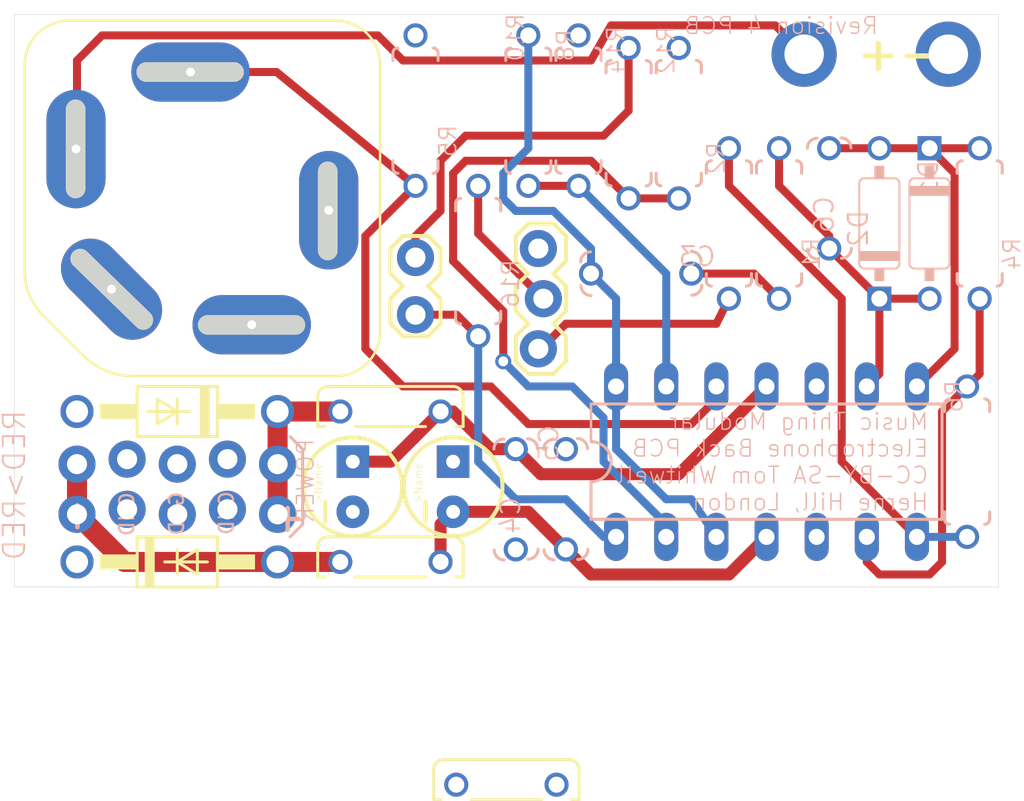
<source format=kicad_pcb>
(kicad_pcb (version 20171130) (host pcbnew 5.1.6-c6e7f7d~87~ubuntu20.04.1)

  (general
    (thickness 1.6)
    (drawings 7)
    (tracks 120)
    (zones 0)
    (modules 30)
    (nets 21)
  )

  (page A4)
  (layers
    (0 Top signal)
    (1 Route2 signal)
    (2 Route15 signal)
    (31 Bottom signal)
    (32 B.Adhes user)
    (33 F.Adhes user)
    (34 B.Paste user)
    (35 F.Paste user)
    (36 B.SilkS user)
    (37 F.SilkS user)
    (38 B.Mask user)
    (39 F.Mask user)
    (40 Dwgs.User user)
    (41 Cmts.User user)
    (42 Eco1.User user)
    (43 Eco2.User user)
    (44 Edge.Cuts user)
    (45 Margin user)
    (46 B.CrtYd user)
    (47 F.CrtYd user)
    (48 B.Fab user)
    (49 F.Fab user)
  )

  (setup
    (last_trace_width 0.25)
    (trace_clearance 0.1524)
    (zone_clearance 0.508)
    (zone_45_only no)
    (trace_min 0.2)
    (via_size 0.8)
    (via_drill 0.4)
    (via_min_size 0.4)
    (via_min_drill 0.3)
    (uvia_size 0.3)
    (uvia_drill 0.1)
    (uvias_allowed no)
    (uvia_min_size 0.2)
    (uvia_min_drill 0.1)
    (edge_width 0.05)
    (segment_width 0.2)
    (pcb_text_width 0.3)
    (pcb_text_size 1.5 1.5)
    (mod_edge_width 0.12)
    (mod_text_size 1 1)
    (mod_text_width 0.15)
    (pad_size 1.524 1.524)
    (pad_drill 0.762)
    (pad_to_mask_clearance 0.05)
    (aux_axis_origin 0 0)
    (visible_elements FFFFFF7F)
    (pcbplotparams
      (layerselection 0x010fc_ffffffff)
      (usegerberextensions false)
      (usegerberattributes true)
      (usegerberadvancedattributes true)
      (creategerberjobfile true)
      (excludeedgelayer true)
      (linewidth 0.100000)
      (plotframeref false)
      (viasonmask false)
      (mode 1)
      (useauxorigin false)
      (hpglpennumber 1)
      (hpglpenspeed 20)
      (hpglpendiameter 15.000000)
      (psnegative false)
      (psa4output false)
      (plotreference true)
      (plotvalue true)
      (plotinvisibletext false)
      (padsonsilk false)
      (subtractmaskfromsilk false)
      (outputformat 1)
      (mirror false)
      (drillshape 1)
      (scaleselection 1)
      (outputdirectory ""))
  )

  (net 0 "")
  (net 1 GND)
  (net 2 +12V)
  (net 3 -12V)
  (net 4 +12V_INLET)
  (net 5 "Net-(JP2-Pad1)")
  (net 6 "Net-(R12-Pad2)")
  (net 7 /FUZZ_IN)
  (net 8 "Net-(R4-Pad1)")
  (net 9 "Net-(C6-Pad1)")
  (net 10 "Net-(R5-Pad1)")
  (net 11 "Net-(R2-Pad1)")
  (net 12 "Net-(C6-Pad2)")
  (net 13 "Net-(R10-Pad2)")
  (net 14 "Net-(JP2-Pad2)")
  (net 15 "Net-(JP1-Pad2)")
  (net 16 /+12V_INLET)
  (net 17 /-12V_INLET)
  (net 18 "Net-(C3-Pad1)")
  (net 19 "Net-(JP1-Pad1)")
  (net 20 "Net-(JP3-Pad1)")

  (net_class Default "This is the default net class."
    (clearance 0.1524)
    (trace_width 0.25)
    (via_dia 0.8)
    (via_drill 0.4)
    (uvia_dia 0.3)
    (uvia_drill 0.1)
    (add_net +12V)
    (add_net +12V_INLET)
    (add_net -12V)
    (add_net /+12V_INLET)
    (add_net /-12V_INLET)
    (add_net /FUZZ_IN)
    (add_net GND)
    (add_net "Net-(C3-Pad1)")
    (add_net "Net-(C6-Pad1)")
    (add_net "Net-(C6-Pad2)")
    (add_net "Net-(JP1-Pad1)")
    (add_net "Net-(JP1-Pad2)")
    (add_net "Net-(JP2-Pad1)")
    (add_net "Net-(JP2-Pad2)")
    (add_net "Net-(JP3-Pad1)")
    (add_net "Net-(R10-Pad2)")
    (add_net "Net-(R12-Pad2)")
    (add_net "Net-(R2-Pad1)")
    (add_net "Net-(R4-Pad1)")
    (add_net "Net-(R5-Pad1)")
  )

  (module PickupBoard:C050H075X075 (layer Top) (tedit 0) (tstamp 5F6AA43E)
    (at 148.5011 129.516301)
    (descr "<b>CAPACITOR</b><p>\nHorizontal, grid 5 mm, outline 7.5 x 7.5 mm")
    (path /5F951D6B)
    (fp_text reference UNK1 (at -3.302 -4.191) (layer F.SilkS) hide
      (effects (font (size 1.2065 1.2065) (thickness 0.127)) (justify left bottom))
    )
    (fp_text value FUSE (at -2.032 0.254) (layer F.Fab)
      (effects (font (size 0.9652 0.9652) (thickness 0.09652)) (justify left bottom))
    )
    (fp_arc (start 3.175 -0.762) (end 3.175 -1.27) (angle 90) (layer F.SilkS) (width 0.1524))
    (fp_arc (start -3.175 -0.762) (end -3.683 -0.762) (angle 90) (layer F.SilkS) (width 0.1524))
    (fp_line (start -3.683 -0.762) (end -3.683 0.762) (layer F.SilkS) (width 0.1524))
    (fp_line (start -3.683 0.762) (end -3.302 0.762) (layer F.SilkS) (width 0.1524))
    (fp_line (start -3.302 -0.508) (end -1.778 -0.508) (layer F.Fab) (width 0.1524))
    (fp_line (start -1.778 0.762) (end 1.778 0.762) (layer F.SilkS) (width 0.1524))
    (fp_line (start 1.778 -0.508) (end 3.302 -0.508) (layer F.Fab) (width 0.1524))
    (fp_line (start 3.302 0.762) (end 3.683 0.762) (layer F.SilkS) (width 0.1524))
    (fp_line (start 3.683 0.762) (end 3.683 -0.762) (layer F.SilkS) (width 0.1524))
    (fp_line (start 3.175 -1.27) (end -3.175 -1.27) (layer F.SilkS) (width 0.1524))
    (fp_line (start -2.54 0) (end -2.54 -0.254) (layer F.Fab) (width 0.508))
    (fp_line (start 2.54 0) (end 2.54 -0.254) (layer F.Fab) (width 0.508))
    (fp_poly (pts (xy -2.794 -0.127) (xy -2.286 -0.127) (xy -2.286 -0.508) (xy -2.794 -0.508)) (layer F.Fab) (width 0))
    (fp_poly (pts (xy 2.286 -0.127) (xy 2.794 -0.127) (xy 2.794 -0.508) (xy 2.286 -0.508)) (layer F.Fab) (width 0))
    (pad 2 thru_hole circle (at 2.54 0) (size 1.2192 1.2192) (drill 0.8128) (layers *.Cu *.Mask)
      (net 2 +12V) (solder_mask_margin 0.0508))
    (pad 1 thru_hole circle (at -2.54 0) (size 1.2192 1.2192) (drill 0.8128) (layers *.Cu *.Mask)
      (net 16 /+12V_INLET) (solder_mask_margin 0.0508))
  )

  (module PickupBoard:7MM_RESISTOR (layer Bottom) (tedit 0) (tstamp 5F6A9DE5)
    (at 143.8961 95.3736 90)
    (descr "Standard resistor on 7mm grid")
    (path /DB5F3C12)
    (fp_text reference R5 (at -2.420771 1.146115 90) (layer B.SilkS)
      (effects (font (size 0.84455 0.84455) (thickness 0.0889)) (justify right top mirror))
    )
    (fp_text value 1m (at 3.05559 -1.002128 90) (layer B.Fab)
      (effects (font (size 1.08585 1.08585) (thickness 0.1143)) (justify left bottom mirror))
    )
    (fp_poly (pts (xy 3.175 -0.3048) (xy 3.429 -0.3048) (xy 3.429 0.3048) (xy 3.175 0.3048)) (layer B.Fab) (width 0))
    (fp_poly (pts (xy -3.429 -0.3048) (xy -3.175 -0.3048) (xy -3.175 0.3048) (xy -3.429 0.3048)) (layer B.Fab) (width 0))
    (fp_line (start 3.429 0) (end 3.81 0) (layer B.Fab) (width 0.6096))
    (fp_line (start 3.175 -0.889) (end 3.175 0.889) (layer B.Fab) (width 0.1524))
    (fp_line (start 2.921 -1.143) (end 2.54 -1.143) (layer B.SilkS) (width 0.1524))
    (fp_line (start 2.921 1.143) (end 2.54 1.143) (layer B.SilkS) (width 0.1524))
    (fp_line (start -2.921 -1.143) (end -2.54 -1.143) (layer B.SilkS) (width 0.1524))
    (fp_line (start -2.921 1.143) (end -2.54 1.143) (layer B.SilkS) (width 0.1524))
    (fp_line (start -3.175 -0.889) (end -3.175 0.889) (layer B.Fab) (width 0.1524))
    (fp_arc (start 2.921 0.889) (end 2.921 1.143) (angle -90) (layer B.SilkS) (width 0.1524))
    (fp_arc (start 2.921 -0.889) (end 2.921 -1.143) (angle 90) (layer B.SilkS) (width 0.1524))
    (fp_arc (start -2.921 -0.889) (end -3.175 -0.889) (angle 90) (layer B.SilkS) (width 0.1524))
    (fp_arc (start -2.921 0.889) (end -3.175 0.889) (angle -90) (layer B.SilkS) (width 0.1524))
    (fp_line (start -3.81 0) (end -3.429 0) (layer B.Fab) (width 0.6096))
    (pad 2 thru_hole circle (at 3.81 0 90) (size 1.2192 1.2192) (drill 0.8128) (layers *.Cu *.Mask)
      (net 1 GND) (solder_mask_margin 0.0508))
    (pad 1 thru_hole circle (at -3.81 0 90) (size 1.2192 1.2192) (drill 0.8128) (layers *.Cu *.Mask)
      (net 10 "Net-(R5-Pad1)") (solder_mask_margin 0.0508))
  )

  (module PickupBoard:7MM_RESISTOR (layer Bottom) (tedit 0) (tstamp 5F6A9DF8)
    (at 154.6911 96.0086 270)
    (descr "Standard resistor on 7mm grid")
    (path /FA8B2950)
    (fp_text reference R14 (at -2.420771 1.146115 270) (layer B.SilkS)
      (effects (font (size 0.84455 0.84455) (thickness 0.0889)) (justify right top mirror))
    )
    (fp_text value 2.2k (at 3.05559 -1.002128 270) (layer B.Fab)
      (effects (font (size 1.08585 1.08585) (thickness 0.1143)) (justify left bottom mirror))
    )
    (fp_poly (pts (xy 3.175 -0.3048) (xy 3.429 -0.3048) (xy 3.429 0.3048) (xy 3.175 0.3048)) (layer B.Fab) (width 0))
    (fp_poly (pts (xy -3.429 -0.3048) (xy -3.175 -0.3048) (xy -3.175 0.3048) (xy -3.429 0.3048)) (layer B.Fab) (width 0))
    (fp_line (start 3.429 0) (end 3.81 0) (layer B.Fab) (width 0.6096))
    (fp_line (start 3.175 -0.889) (end 3.175 0.889) (layer B.Fab) (width 0.1524))
    (fp_line (start 2.921 -1.143) (end 2.54 -1.143) (layer B.SilkS) (width 0.1524))
    (fp_line (start 2.921 1.143) (end 2.54 1.143) (layer B.SilkS) (width 0.1524))
    (fp_line (start -2.921 -1.143) (end -2.54 -1.143) (layer B.SilkS) (width 0.1524))
    (fp_line (start -2.921 1.143) (end -2.54 1.143) (layer B.SilkS) (width 0.1524))
    (fp_line (start -3.175 -0.889) (end -3.175 0.889) (layer B.Fab) (width 0.1524))
    (fp_arc (start 2.921 0.889) (end 2.921 1.143) (angle -90) (layer B.SilkS) (width 0.1524))
    (fp_arc (start 2.921 -0.889) (end 2.921 -1.143) (angle 90) (layer B.SilkS) (width 0.1524))
    (fp_arc (start -2.921 -0.889) (end -3.175 -0.889) (angle 90) (layer B.SilkS) (width 0.1524))
    (fp_arc (start -2.921 0.889) (end -3.175 0.889) (angle -90) (layer B.SilkS) (width 0.1524))
    (fp_line (start -3.81 0) (end -3.429 0) (layer B.Fab) (width 0.6096))
    (pad 2 thru_hole circle (at 3.81 0 270) (size 1.2192 1.2192) (drill 0.8128) (layers *.Cu *.Mask)
      (net 6 "Net-(R12-Pad2)") (solder_mask_margin 0.0508))
    (pad 1 thru_hole circle (at -3.81 0 270) (size 1.2192 1.2192) (drill 0.8128) (layers *.Cu *.Mask)
      (net 14 "Net-(JP2-Pad2)") (solder_mask_margin 0.0508))
  )

  (module PickupBoard:7MM_RESISTOR (layer Bottom) (tedit 0) (tstamp 5F6A9E0B)
    (at 147.0711 102.9936 90)
    (descr "Standard resistor on 7mm grid")
    (path /760771E6)
    (fp_text reference R16 (at -2.420771 1.146115 90) (layer B.SilkS)
      (effects (font (size 0.84455 0.84455) (thickness 0.0889)) (justify right top mirror))
    )
    (fp_text value 220R (at 3.05559 -1.002128 90) (layer B.Fab)
      (effects (font (size 1.08585 1.08585) (thickness 0.1143)) (justify left bottom mirror))
    )
    (fp_poly (pts (xy 3.175 -0.3048) (xy 3.429 -0.3048) (xy 3.429 0.3048) (xy 3.175 0.3048)) (layer B.Fab) (width 0))
    (fp_poly (pts (xy -3.429 -0.3048) (xy -3.175 -0.3048) (xy -3.175 0.3048) (xy -3.429 0.3048)) (layer B.Fab) (width 0))
    (fp_line (start 3.429 0) (end 3.81 0) (layer B.Fab) (width 0.6096))
    (fp_line (start 3.175 -0.889) (end 3.175 0.889) (layer B.Fab) (width 0.1524))
    (fp_line (start 2.921 -1.143) (end 2.54 -1.143) (layer B.SilkS) (width 0.1524))
    (fp_line (start 2.921 1.143) (end 2.54 1.143) (layer B.SilkS) (width 0.1524))
    (fp_line (start -2.921 -1.143) (end -2.54 -1.143) (layer B.SilkS) (width 0.1524))
    (fp_line (start -2.921 1.143) (end -2.54 1.143) (layer B.SilkS) (width 0.1524))
    (fp_line (start -3.175 -0.889) (end -3.175 0.889) (layer B.Fab) (width 0.1524))
    (fp_arc (start 2.921 0.889) (end 2.921 1.143) (angle -90) (layer B.SilkS) (width 0.1524))
    (fp_arc (start 2.921 -0.889) (end 2.921 -1.143) (angle 90) (layer B.SilkS) (width 0.1524))
    (fp_arc (start -2.921 -0.889) (end -3.175 -0.889) (angle 90) (layer B.SilkS) (width 0.1524))
    (fp_arc (start -2.921 0.889) (end -3.175 0.889) (angle -90) (layer B.SilkS) (width 0.1524))
    (fp_line (start -3.81 0) (end -3.429 0) (layer B.Fab) (width 0.6096))
    (pad 2 thru_hole circle (at 3.81 0 90) (size 1.2192 1.2192) (drill 0.8128) (layers *.Cu *.Mask)
      (net 15 "Net-(JP1-Pad2)") (solder_mask_margin 0.0508))
    (pad 1 thru_hole circle (at -3.81 0 90) (size 1.2192 1.2192) (drill 0.8128) (layers *.Cu *.Mask)
      (net 5 "Net-(JP2-Pad1)") (solder_mask_margin 0.0508))
  )

  (module PickupBoard:7MM_RESISTOR (layer Bottom) (tedit 0) (tstamp 5F6A9E1E)
    (at 152.1511 95.3736 270)
    (descr "Standard resistor on 7mm grid")
    (path /41D07F0A)
    (fp_text reference R8 (at -2.420771 1.146115 270) (layer B.SilkS)
      (effects (font (size 0.84455 0.84455) (thickness 0.0889)) (justify right top mirror))
    )
    (fp_text value 10k (at 3.05559 -1.002128 270) (layer B.Fab)
      (effects (font (size 1.08585 1.08585) (thickness 0.1143)) (justify left bottom mirror))
    )
    (fp_poly (pts (xy 3.175 -0.3048) (xy 3.429 -0.3048) (xy 3.429 0.3048) (xy 3.175 0.3048)) (layer B.Fab) (width 0))
    (fp_poly (pts (xy -3.429 -0.3048) (xy -3.175 -0.3048) (xy -3.175 0.3048) (xy -3.429 0.3048)) (layer B.Fab) (width 0))
    (fp_line (start 3.429 0) (end 3.81 0) (layer B.Fab) (width 0.6096))
    (fp_line (start 3.175 -0.889) (end 3.175 0.889) (layer B.Fab) (width 0.1524))
    (fp_line (start 2.921 -1.143) (end 2.54 -1.143) (layer B.SilkS) (width 0.1524))
    (fp_line (start 2.921 1.143) (end 2.54 1.143) (layer B.SilkS) (width 0.1524))
    (fp_line (start -2.921 -1.143) (end -2.54 -1.143) (layer B.SilkS) (width 0.1524))
    (fp_line (start -2.921 1.143) (end -2.54 1.143) (layer B.SilkS) (width 0.1524))
    (fp_line (start -3.175 -0.889) (end -3.175 0.889) (layer B.Fab) (width 0.1524))
    (fp_arc (start 2.921 0.889) (end 2.921 1.143) (angle -90) (layer B.SilkS) (width 0.1524))
    (fp_arc (start 2.921 -0.889) (end 2.921 -1.143) (angle 90) (layer B.SilkS) (width 0.1524))
    (fp_arc (start -2.921 -0.889) (end -3.175 -0.889) (angle 90) (layer B.SilkS) (width 0.1524))
    (fp_arc (start -2.921 0.889) (end -3.175 0.889) (angle -90) (layer B.SilkS) (width 0.1524))
    (fp_line (start -3.81 0) (end -3.429 0) (layer B.Fab) (width 0.6096))
    (pad 2 thru_hole circle (at 3.81 0 270) (size 1.2192 1.2192) (drill 0.8128) (layers *.Cu *.Mask)
      (net 13 "Net-(R10-Pad2)") (solder_mask_margin 0.0508))
    (pad 1 thru_hole circle (at -3.81 0 270) (size 1.2192 1.2192) (drill 0.8128) (layers *.Cu *.Mask)
      (net 1 GND) (solder_mask_margin 0.0508))
  )

  (module PickupBoard:7MM_RESISTOR (layer Bottom) (tedit 0) (tstamp 5F6A9E31)
    (at 149.6111 95.3736 270)
    (descr "Standard resistor on 7mm grid")
    (path /6C33089F)
    (fp_text reference R10 (at -2.420771 1.146115 270) (layer B.SilkS)
      (effects (font (size 0.84455 0.84455) (thickness 0.0889)) (justify right top mirror))
    )
    (fp_text value 56k (at 3.05559 -1.002128 270) (layer B.Fab)
      (effects (font (size 1.08585 1.08585) (thickness 0.1143)) (justify left bottom mirror))
    )
    (fp_poly (pts (xy 3.175 -0.3048) (xy 3.429 -0.3048) (xy 3.429 0.3048) (xy 3.175 0.3048)) (layer B.Fab) (width 0))
    (fp_poly (pts (xy -3.429 -0.3048) (xy -3.175 -0.3048) (xy -3.175 0.3048) (xy -3.429 0.3048)) (layer B.Fab) (width 0))
    (fp_line (start 3.429 0) (end 3.81 0) (layer B.Fab) (width 0.6096))
    (fp_line (start 3.175 -0.889) (end 3.175 0.889) (layer B.Fab) (width 0.1524))
    (fp_line (start 2.921 -1.143) (end 2.54 -1.143) (layer B.SilkS) (width 0.1524))
    (fp_line (start 2.921 1.143) (end 2.54 1.143) (layer B.SilkS) (width 0.1524))
    (fp_line (start -2.921 -1.143) (end -2.54 -1.143) (layer B.SilkS) (width 0.1524))
    (fp_line (start -2.921 1.143) (end -2.54 1.143) (layer B.SilkS) (width 0.1524))
    (fp_line (start -3.175 -0.889) (end -3.175 0.889) (layer B.Fab) (width 0.1524))
    (fp_arc (start 2.921 0.889) (end 2.921 1.143) (angle -90) (layer B.SilkS) (width 0.1524))
    (fp_arc (start 2.921 -0.889) (end 2.921 -1.143) (angle 90) (layer B.SilkS) (width 0.1524))
    (fp_arc (start -2.921 -0.889) (end -3.175 -0.889) (angle 90) (layer B.SilkS) (width 0.1524))
    (fp_arc (start -2.921 0.889) (end -3.175 0.889) (angle -90) (layer B.SilkS) (width 0.1524))
    (fp_line (start -3.81 0) (end -3.429 0) (layer B.Fab) (width 0.6096))
    (pad 2 thru_hole circle (at 3.81 0 270) (size 1.2192 1.2192) (drill 0.8128) (layers *.Cu *.Mask)
      (net 13 "Net-(R10-Pad2)") (solder_mask_margin 0.0508))
    (pad 1 thru_hole circle (at -3.81 0 270) (size 1.2192 1.2192) (drill 0.8128) (layers *.Cu *.Mask)
      (net 7 /FUZZ_IN) (solder_mask_margin 0.0508))
  )

  (module PickupBoard:7MM_RESISTOR (layer Bottom) (tedit 0) (tstamp 5F6A9E44)
    (at 157.2311 96.0086 270)
    (descr "Standard resistor on 7mm grid")
    (path /D1AA1D7C)
    (fp_text reference R12 (at -2.420771 1.146115 270) (layer B.SilkS)
      (effects (font (size 0.84455 0.84455) (thickness 0.0889)) (justify right top mirror))
    )
    (fp_text value 2.2k (at 3.05559 -1.002128 270) (layer B.Fab)
      (effects (font (size 1.08585 1.08585) (thickness 0.1143)) (justify left bottom mirror))
    )
    (fp_poly (pts (xy 3.175 -0.3048) (xy 3.429 -0.3048) (xy 3.429 0.3048) (xy 3.175 0.3048)) (layer B.Fab) (width 0))
    (fp_poly (pts (xy -3.429 -0.3048) (xy -3.175 -0.3048) (xy -3.175 0.3048) (xy -3.429 0.3048)) (layer B.Fab) (width 0))
    (fp_line (start 3.429 0) (end 3.81 0) (layer B.Fab) (width 0.6096))
    (fp_line (start 3.175 -0.889) (end 3.175 0.889) (layer B.Fab) (width 0.1524))
    (fp_line (start 2.921 -1.143) (end 2.54 -1.143) (layer B.SilkS) (width 0.1524))
    (fp_line (start 2.921 1.143) (end 2.54 1.143) (layer B.SilkS) (width 0.1524))
    (fp_line (start -2.921 -1.143) (end -2.54 -1.143) (layer B.SilkS) (width 0.1524))
    (fp_line (start -2.921 1.143) (end -2.54 1.143) (layer B.SilkS) (width 0.1524))
    (fp_line (start -3.175 -0.889) (end -3.175 0.889) (layer B.Fab) (width 0.1524))
    (fp_arc (start 2.921 0.889) (end 2.921 1.143) (angle -90) (layer B.SilkS) (width 0.1524))
    (fp_arc (start 2.921 -0.889) (end 2.921 -1.143) (angle 90) (layer B.SilkS) (width 0.1524))
    (fp_arc (start -2.921 -0.889) (end -3.175 -0.889) (angle 90) (layer B.SilkS) (width 0.1524))
    (fp_arc (start -2.921 0.889) (end -3.175 0.889) (angle -90) (layer B.SilkS) (width 0.1524))
    (fp_line (start -3.81 0) (end -3.429 0) (layer B.Fab) (width 0.6096))
    (pad 2 thru_hole circle (at 3.81 0 270) (size 1.2192 1.2192) (drill 0.8128) (layers *.Cu *.Mask)
      (net 6 "Net-(R12-Pad2)") (solder_mask_margin 0.0508))
    (pad 1 thru_hole circle (at -3.81 0 270) (size 1.2192 1.2192) (drill 0.8128) (layers *.Cu *.Mask)
      (net 1 GND) (solder_mask_margin 0.0508))
  )

  (module PickupBoard:CPOL-RADIAL-10UF-25V (layer Top) (tedit 0) (tstamp 5F6A9E57)
    (at 140.7211 114.4236 90)
    (path /1C3B7E2E)
    (fp_text reference C1 (at -0.635 -1.016 90) (layer F.SilkS) hide
      (effects (font (size 0.9652 0.9652) (thickness 0.077216)))
    )
    (fp_text value 10uf (at -1.905 2.032 90) (layer F.SilkS) hide
      (effects (font (size 0.9652 0.9652) (thickness 0.077216)))
    )
    (fp_text user >Value (at -1.905 3.683 90) (layer F.Fab)
      (effects (font (size 0.77216 0.77216) (thickness 0.065024)) (justify left bottom))
    )
    (fp_text user >Name (at -0.889 -1.524 90) (layer F.SilkS)
      (effects (font (size 0.38608 0.38608) (thickness 0.032512)) (justify left bottom))
    )
    (fp_circle (center 0 0) (end 2.5 0) (layer F.SilkS) (width 0.2032))
    (fp_line (start -0.762 -1.397) (end -1.778 -1.397) (layer F.SilkS) (width 0.2032))
    (pad 2 thru_hole circle (at -1.27 0 90) (size 1.651 1.651) (drill 0.7) (layers *.Cu *.Mask)
      (net 1 GND) (solder_mask_margin 0.0508))
    (pad 1 thru_hole rect (at 1.27 0 90) (size 1.651 1.651) (drill 0.7) (layers *.Cu *.Mask)
      (net 2 +12V) (solder_mask_margin 0.0508))
  )

  (module PickupBoard:C050-024X044 (layer Bottom) (tedit 0) (tstamp 5F6A9E60)
    (at 148.9761 115.0586 90)
    (descr "<b>CAPACITOR</b><p>\ngrid 5 mm, outline 2.4 x 4.4 mm")
    (path /284EA6E9)
    (fp_text reference C4 (at -1.825512 0.301021 90) (layer B.SilkS)
      (effects (font (size 0.9652 0.9652) (thickness 0.1016)) (justify right bottom mirror))
    )
    (fp_text value 100n (at -1.842612 -1.023028 90) (layer B.Fab)
      (effects (font (size 0.9652 0.9652) (thickness 0.1016)) (justify right bottom mirror))
    )
    (fp_poly (pts (xy -2.54 -0.381) (xy -2.159 -0.381) (xy -2.159 0.381) (xy -2.54 0.381)) (layer B.Fab) (width 0))
    (fp_poly (pts (xy 2.159 -0.381) (xy 2.54 -0.381) (xy 2.54 0.381) (xy 2.159 0.381)) (layer B.Fab) (width 0))
    (fp_arc (start 2.540293 -0.600753) (end 2.540293 -1.108753) (angle 90) (layer B.SilkS) (width 0.1524))
    (fp_arc (start 2.557393 0.59219) (end 2.557393 1.10019) (angle -90) (layer B.SilkS) (width 0.1524))
    (fp_line (start 2.159 -0.635) (end 2.159 0.635) (layer B.Fab) (width 0.1524))
    (fp_arc (start -2.565943 -0.583625) (end -3.073943 -0.583625) (angle 90) (layer B.SilkS) (width 0.1524))
    (fp_arc (start -2.527656 0.617875) (end -3.035656 0.617875) (angle -90) (layer B.SilkS) (width 0.1524))
    (fp_line (start -2.159 -0.635) (end -2.159 0.635) (layer B.Fab) (width 0.1524))
    (pad 2 thru_hole circle (at 2.54 0 90) (size 1.2192 1.2192) (drill 0.8128) (layers *.Cu *.Mask)
      (net 2 +12V) (solder_mask_margin 0.0508))
    (pad 1 thru_hole circle (at -2.54 0 90) (size 1.2192 1.2192) (drill 0.8128) (layers *.Cu *.Mask)
      (net 1 GND) (solder_mask_margin 0.0508))
  )

  (module PickupBoard:C050-024X044 (layer Bottom) (tedit 0) (tstamp 5F6A9E6D)
    (at 151.5161 115.0586 270)
    (descr "<b>CAPACITOR</b><p>\ngrid 5 mm, outline 2.4 x 4.4 mm")
    (path /F9108C4C)
    (fp_text reference C5 (at -1.825512 0.301021 270) (layer B.SilkS)
      (effects (font (size 0.9652 0.9652) (thickness 0.1016)) (justify right bottom mirror))
    )
    (fp_text value 100n (at -1.842612 -1.023028 270) (layer B.Fab)
      (effects (font (size 0.9652 0.9652) (thickness 0.1016)) (justify right bottom mirror))
    )
    (fp_poly (pts (xy -2.54 -0.381) (xy -2.159 -0.381) (xy -2.159 0.381) (xy -2.54 0.381)) (layer B.Fab) (width 0))
    (fp_poly (pts (xy 2.159 -0.381) (xy 2.54 -0.381) (xy 2.54 0.381) (xy 2.159 0.381)) (layer B.Fab) (width 0))
    (fp_arc (start 2.540293 -0.600753) (end 2.540293 -1.108753) (angle 90) (layer B.SilkS) (width 0.1524))
    (fp_arc (start 2.557393 0.59219) (end 2.557393 1.10019) (angle -90) (layer B.SilkS) (width 0.1524))
    (fp_line (start 2.159 -0.635) (end 2.159 0.635) (layer B.Fab) (width 0.1524))
    (fp_arc (start -2.565943 -0.583625) (end -3.073943 -0.583625) (angle 90) (layer B.SilkS) (width 0.1524))
    (fp_arc (start -2.527656 0.617875) (end -3.035656 0.617875) (angle -90) (layer B.SilkS) (width 0.1524))
    (fp_line (start -2.159 -0.635) (end -2.159 0.635) (layer B.Fab) (width 0.1524))
    (pad 2 thru_hole circle (at 2.54 0 270) (size 1.2192 1.2192) (drill 0.8128) (layers *.Cu *.Mask)
      (net 3 -12V) (solder_mask_margin 0.0508))
    (pad 1 thru_hole circle (at -2.54 0 270) (size 1.2192 1.2192) (drill 0.8128) (layers *.Cu *.Mask)
      (net 1 GND) (solder_mask_margin 0.0508))
  )

  (module PickupBoard:CPOL-RADIAL-10UF-25V (layer Top) (tedit 0) (tstamp 5F6A9E7A)
    (at 145.8011 114.4236 90)
    (path /54BE400D)
    (fp_text reference C2 (at -0.508 -0.889 90) (layer F.SilkS) hide
      (effects (font (size 0.9652 0.9652) (thickness 0.077216)))
    )
    (fp_text value 10uf (at -1.905 2.032 90) (layer F.SilkS) hide
      (effects (font (size 0.9652 0.9652) (thickness 0.077216)))
    )
    (fp_text user >Value (at -1.905 3.683 90) (layer F.Fab)
      (effects (font (size 0.77216 0.77216) (thickness 0.065024)) (justify left bottom))
    )
    (fp_text user >Name (at -0.889 -1.524 90) (layer F.SilkS)
      (effects (font (size 0.38608 0.38608) (thickness 0.032512)) (justify left bottom))
    )
    (fp_circle (center 0 0) (end 2.5 0) (layer F.SilkS) (width 0.2032))
    (fp_line (start -0.762 -1.397) (end -1.778 -1.397) (layer F.SilkS) (width 0.2032))
    (pad 2 thru_hole circle (at -1.27 0 90) (size 1.651 1.651) (drill 0.7) (layers *.Cu *.Mask)
      (net 3 -12V) (solder_mask_margin 0.0508))
    (pad 1 thru_hole rect (at 1.27 0 90) (size 1.651 1.651) (drill 0.7) (layers *.Cu *.Mask)
      (net 1 GND) (solder_mask_margin 0.0508))
  )

  (module PickupBoard:DO41-10 (layer Top) (tedit 0) (tstamp 5F6A9E83)
    (at 131.8311 110.6136 180)
    (descr "<B>DIODE</B><p>\ndiameter 2.54 mm, horizontal, grid 10.16 mm")
    (path /3BA5D236)
    (fp_text reference D5 (at -2.032 -1.651 180) (layer F.SilkS) hide
      (effects (font (size 1.2065 1.2065) (thickness 0.127)) (justify right top))
    )
    (fp_text value 1N4001 (at -2.032 2.794 180) (layer F.Fab) hide
      (effects (font (size 1.2065 1.2065) (thickness 0.127)) (justify right top))
    )
    (fp_poly (pts (xy -3.937 0.381) (xy -2.032 0.381) (xy -2.032 -0.381) (xy -3.937 -0.381)) (layer F.SilkS) (width 0))
    (fp_poly (pts (xy 2.032 0.381) (xy 3.937 0.381) (xy 3.937 -0.381) (xy 2.032 -0.381)) (layer F.SilkS) (width 0))
    (fp_poly (pts (xy -1.651 1.27) (xy -1.143 1.27) (xy -1.143 -1.27) (xy -1.651 -1.27)) (layer F.SilkS) (width 0))
    (fp_line (start 0 0) (end 0 0.635) (layer F.SilkS) (width 0.1524))
    (fp_line (start 0 -0.635) (end 0 0) (layer F.SilkS) (width 0.1524))
    (fp_line (start 0 0) (end 1.016 -0.635) (layer F.SilkS) (width 0.1524))
    (fp_line (start 0 0) (end 1.524 0) (layer F.SilkS) (width 0.1524))
    (fp_line (start 1.016 0.635) (end 0 0) (layer F.SilkS) (width 0.1524))
    (fp_line (start 1.016 -0.635) (end 1.016 0.635) (layer F.SilkS) (width 0.1524))
    (fp_line (start -0.635 0) (end 0 0) (layer F.SilkS) (width 0.1524))
    (fp_line (start -5.08 0) (end -4.064 0) (layer F.Fab) (width 0.762))
    (fp_line (start 5.08 0) (end 4.064 0) (layer F.Fab) (width 0.762))
    (fp_line (start -2.032 -1.27) (end -2.032 1.27) (layer F.SilkS) (width 0.1524))
    (fp_line (start -2.032 -1.27) (end 2.032 -1.27) (layer F.SilkS) (width 0.1524))
    (fp_line (start 2.032 1.27) (end 2.032 -1.27) (layer F.SilkS) (width 0.1524))
    (fp_line (start 2.032 1.27) (end -2.032 1.27) (layer F.SilkS) (width 0.1524))
    (pad C thru_hole circle (at -5.08 0 180) (size 1.6764 1.6764) (drill 1.1176) (layers *.Cu *.Mask)
      (net 16 /+12V_INLET) (solder_mask_margin 0.0508))
    (pad A thru_hole circle (at 5.08 0 180) (size 1.6764 1.6764) (drill 1.1176) (layers *.Cu *.Mask)
      (net 1 GND) (solder_mask_margin 0.0508))
  )

  (module PickupBoard:DO41-10 (layer Top) (tedit 0) (tstamp 5F6A9E98)
    (at 131.8311 118.2336)
    (descr "<B>DIODE</B><p>\ndiameter 2.54 mm, horizontal, grid 10.16 mm")
    (path /44BA139D)
    (fp_text reference D6 (at -2.032 -1.651) (layer F.SilkS) hide
      (effects (font (size 1.2065 1.2065) (thickness 0.127)) (justify left bottom))
    )
    (fp_text value 1N4001 (at -2.032 2.794) (layer F.Fab) hide
      (effects (font (size 1.2065 1.2065) (thickness 0.127)) (justify left bottom))
    )
    (fp_poly (pts (xy -3.937 0.381) (xy -2.032 0.381) (xy -2.032 -0.381) (xy -3.937 -0.381)) (layer F.SilkS) (width 0))
    (fp_poly (pts (xy 2.032 0.381) (xy 3.937 0.381) (xy 3.937 -0.381) (xy 2.032 -0.381)) (layer F.SilkS) (width 0))
    (fp_poly (pts (xy -1.651 1.27) (xy -1.143 1.27) (xy -1.143 -1.27) (xy -1.651 -1.27)) (layer F.SilkS) (width 0))
    (fp_line (start 0 0) (end 0 0.635) (layer F.SilkS) (width 0.1524))
    (fp_line (start 0 -0.635) (end 0 0) (layer F.SilkS) (width 0.1524))
    (fp_line (start 0 0) (end 1.016 -0.635) (layer F.SilkS) (width 0.1524))
    (fp_line (start 0 0) (end 1.524 0) (layer F.SilkS) (width 0.1524))
    (fp_line (start 1.016 0.635) (end 0 0) (layer F.SilkS) (width 0.1524))
    (fp_line (start 1.016 -0.635) (end 1.016 0.635) (layer F.SilkS) (width 0.1524))
    (fp_line (start -0.635 0) (end 0 0) (layer F.SilkS) (width 0.1524))
    (fp_line (start -5.08 0) (end -4.064 0) (layer F.Fab) (width 0.762))
    (fp_line (start 5.08 0) (end 4.064 0) (layer F.Fab) (width 0.762))
    (fp_line (start -2.032 -1.27) (end -2.032 1.27) (layer F.SilkS) (width 0.1524))
    (fp_line (start -2.032 -1.27) (end 2.032 -1.27) (layer F.SilkS) (width 0.1524))
    (fp_line (start 2.032 1.27) (end 2.032 -1.27) (layer F.SilkS) (width 0.1524))
    (fp_line (start 2.032 1.27) (end -2.032 1.27) (layer F.SilkS) (width 0.1524))
    (pad C thru_hole circle (at -5.08 0) (size 1.6764 1.6764) (drill 1.1176) (layers *.Cu *.Mask)
      (net 1 GND) (solder_mask_margin 0.0508))
    (pad A thru_hole circle (at 5.08 0) (size 1.6764 1.6764) (drill 1.1176) (layers *.Cu *.Mask)
      (net 17 /-12V_INLET) (solder_mask_margin 0.0508))
  )

  (module PickupBoard:C050H075X075 (layer Top) (tedit 0) (tstamp 5F6A9EAD)
    (at 142.6261 110.6136)
    (descr "<b>CAPACITOR</b><p>\nHorizontal, grid 5 mm, outline 7.5 x 7.5 mm")
    (fp_text reference 1 (at -3.302 -4.191) (layer F.SilkS) hide
      (effects (font (size 1.2065 1.2065) (thickness 0.127)) (justify left bottom))
    )
    (fp_text value FUSE (at 1.72339 -0.76835) (layer F.Fab)
      (effects (font (size 0.9652 0.9652) (thickness 0.09652)) (justify left bottom))
    )
    (fp_poly (pts (xy 2.286 -0.127) (xy 2.794 -0.127) (xy 2.794 -0.508) (xy 2.286 -0.508)) (layer F.Fab) (width 0))
    (fp_poly (pts (xy -2.794 -0.127) (xy -2.286 -0.127) (xy -2.286 -0.508) (xy -2.794 -0.508)) (layer F.Fab) (width 0))
    (fp_line (start 2.54 0) (end 2.54 -0.254) (layer F.Fab) (width 0.508))
    (fp_line (start -2.54 0) (end -2.54 -0.254) (layer F.Fab) (width 0.508))
    (fp_arc (start 3.175 -0.762) (end 3.175 -1.27) (angle 90) (layer F.SilkS) (width 0.1524))
    (fp_arc (start -3.175 -0.762) (end -3.683 -0.762) (angle 90) (layer F.SilkS) (width 0.1524))
    (fp_line (start 3.175 -1.27) (end -3.175 -1.27) (layer F.SilkS) (width 0.1524))
    (fp_line (start 3.683 0.762) (end 3.683 -0.762) (layer F.SilkS) (width 0.1524))
    (fp_line (start 3.302 0.762) (end 3.683 0.762) (layer F.SilkS) (width 0.1524))
    (fp_line (start 1.778 -0.508) (end 3.302 -0.508) (layer F.Fab) (width 0.1524))
    (fp_line (start -1.778 0.762) (end 1.778 0.762) (layer F.SilkS) (width 0.1524))
    (fp_line (start -3.302 -0.508) (end -1.778 -0.508) (layer F.Fab) (width 0.1524))
    (fp_line (start -3.683 0.762) (end -3.302 0.762) (layer F.SilkS) (width 0.1524))
    (fp_line (start -3.683 -0.762) (end -3.683 0.762) (layer F.SilkS) (width 0.1524))
    (pad 2 thru_hole circle (at 2.54 0) (size 1.2192 1.2192) (drill 0.8128) (layers *.Cu *.Mask)
      (net 2 +12V) (solder_mask_margin 0.0508))
    (pad 1 thru_hole circle (at -2.54 0) (size 1.2192 1.2192) (drill 0.8128) (layers *.Cu *.Mask)
      (net 4 +12V_INLET) (solder_mask_margin 0.0508))
  )

  (module PickupBoard:C050H075X075 (layer Top) (tedit 0) (tstamp 5F6A9EC0)
    (at 142.6261 118.2336)
    (descr "<b>CAPACITOR</b><p>\nHorizontal, grid 5 mm, outline 7.5 x 7.5 mm")
    (path /0B7F0F6C)
    (fp_text reference FUSE1 (at -3.302 -4.191) (layer F.SilkS) hide
      (effects (font (size 1.2065 1.2065) (thickness 0.127)) (justify left bottom))
    )
    (fp_text value FUSE (at -2.032 0.254) (layer F.Fab)
      (effects (font (size 0.9652 0.9652) (thickness 0.09652)) (justify left bottom))
    )
    (fp_poly (pts (xy 2.286 -0.127) (xy 2.794 -0.127) (xy 2.794 -0.508) (xy 2.286 -0.508)) (layer F.Fab) (width 0))
    (fp_poly (pts (xy -2.794 -0.127) (xy -2.286 -0.127) (xy -2.286 -0.508) (xy -2.794 -0.508)) (layer F.Fab) (width 0))
    (fp_line (start 2.54 0) (end 2.54 -0.254) (layer F.Fab) (width 0.508))
    (fp_line (start -2.54 0) (end -2.54 -0.254) (layer F.Fab) (width 0.508))
    (fp_arc (start 3.175 -0.762) (end 3.175 -1.27) (angle 90) (layer F.SilkS) (width 0.1524))
    (fp_arc (start -3.175 -0.762) (end -3.683 -0.762) (angle 90) (layer F.SilkS) (width 0.1524))
    (fp_line (start 3.175 -1.27) (end -3.175 -1.27) (layer F.SilkS) (width 0.1524))
    (fp_line (start 3.683 0.762) (end 3.683 -0.762) (layer F.SilkS) (width 0.1524))
    (fp_line (start 3.302 0.762) (end 3.683 0.762) (layer F.SilkS) (width 0.1524))
    (fp_line (start 1.778 -0.508) (end 3.302 -0.508) (layer F.Fab) (width 0.1524))
    (fp_line (start -1.778 0.762) (end 1.778 0.762) (layer F.SilkS) (width 0.1524))
    (fp_line (start -3.302 -0.508) (end -1.778 -0.508) (layer F.Fab) (width 0.1524))
    (fp_line (start -3.683 0.762) (end -3.302 0.762) (layer F.SilkS) (width 0.1524))
    (fp_line (start -3.683 -0.762) (end -3.683 0.762) (layer F.SilkS) (width 0.1524))
    (pad 2 thru_hole circle (at 2.54 0) (size 1.2192 1.2192) (drill 0.8128) (layers *.Cu *.Mask)
      (net 3 -12V) (solder_mask_margin 0.0508))
    (pad 1 thru_hole circle (at -2.54 0) (size 1.2192 1.2192) (drill 0.8128) (layers *.Cu *.Mask)
      (net 17 /-12V_INLET) (solder_mask_margin 0.0508))
  )

  (module PickupBoard:C050-024X044 (layer Bottom) (tedit 0) (tstamp 5F6A9ED3)
    (at 155.3261 103.6286 180)
    (descr "<b>CAPACITOR</b><p>\ngrid 5 mm, outline 2.4 x 4.4 mm")
    (path /4B4F90A9)
    (fp_text reference C3 (at -1.825512 0.301021 180) (layer B.SilkS)
      (effects (font (size 0.9652 0.9652) (thickness 0.1016)) (justify right bottom mirror))
    )
    (fp_text value 470n (at -1.842612 -1.023028 180) (layer B.Fab)
      (effects (font (size 0.9652 0.9652) (thickness 0.1016)) (justify right bottom mirror))
    )
    (fp_poly (pts (xy -2.54 -0.381) (xy -2.159 -0.381) (xy -2.159 0.381) (xy -2.54 0.381)) (layer B.Fab) (width 0))
    (fp_poly (pts (xy 2.159 -0.381) (xy 2.54 -0.381) (xy 2.54 0.381) (xy 2.159 0.381)) (layer B.Fab) (width 0))
    (fp_arc (start 2.540293 -0.600753) (end 2.540293 -1.108753) (angle 90) (layer B.SilkS) (width 0.1524))
    (fp_arc (start 2.557393 0.59219) (end 2.557393 1.10019) (angle -90) (layer B.SilkS) (width 0.1524))
    (fp_line (start 2.159 -0.635) (end 2.159 0.635) (layer B.Fab) (width 0.1524))
    (fp_arc (start -2.565943 -0.583625) (end -3.073943 -0.583625) (angle 90) (layer B.SilkS) (width 0.1524))
    (fp_arc (start -2.527656 0.617875) (end -3.035656 0.617875) (angle -90) (layer B.SilkS) (width 0.1524))
    (fp_line (start -2.159 -0.635) (end -2.159 0.635) (layer B.Fab) (width 0.1524))
    (pad 2 thru_hole circle (at 2.54 0 180) (size 1.2192 1.2192) (drill 0.8128) (layers *.Cu *.Mask)
      (net 7 /FUZZ_IN) (solder_mask_margin 0.0508))
    (pad 1 thru_hole circle (at -2.54 0 180) (size 1.2192 1.2192) (drill 0.8128) (layers *.Cu *.Mask)
      (net 18 "Net-(C3-Pad1)") (solder_mask_margin 0.0508))
  )

  (module PickupBoard:DIL14 (layer Bottom) (tedit 0) (tstamp 5F6A9EE0)
    (at 161.6761 113.1536)
    (descr "14 pin IC, DIP package")
    (path /F9562130)
    (fp_text reference U1 (at -6.985 0.889) (layer B.SilkS) hide
      (effects (font (size 1.2065 1.2065) (thickness 0.127)) (justify right bottom mirror))
    )
    (fp_text value TL074_ (at -6.985 -1.651) (layer B.Fab) hide
      (effects (font (size 1.2065 1.2065) (thickness 0.127)) (justify right bottom mirror))
    )
    (fp_arc (start -8.89 0) (end -8.89 1.016) (angle -180) (layer B.SilkS) (width 0.1524))
    (fp_line (start -8.89 -2.921) (end -8.89 -1.016) (layer B.SilkS) (width 0.127))
    (fp_line (start -8.89 2.921) (end -8.89 1.016) (layer B.SilkS) (width 0.1524))
    (fp_line (start 8.89 2.921) (end 8.89 -2.921) (layer B.SilkS) (width 0.1524))
    (fp_line (start -8.89 -2.921) (end 8.89 -2.921) (layer B.SilkS) (width 0.1524))
    (fp_line (start 8.89 2.921) (end -8.89 2.921) (layer B.SilkS) (width 0.1524))
    (pad 14 thru_hole oval (at -7.62 3.81 270) (size 2.4384 1.2192) (drill 0.8128) (layers *.Cu *.Mask)
      (net 5 "Net-(JP2-Pad1)") (solder_mask_margin 0.0508))
    (pad 13 thru_hole oval (at -5.08 3.81 270) (size 2.4384 1.2192) (drill 0.8128) (layers *.Cu *.Mask)
      (net 6 "Net-(R12-Pad2)") (solder_mask_margin 0.0508))
    (pad 12 thru_hole oval (at -2.54 3.81 270) (size 2.4384 1.2192) (drill 0.8128) (layers *.Cu *.Mask)
      (net 7 /FUZZ_IN) (solder_mask_margin 0.0508))
    (pad 11 thru_hole oval (at 0 3.81 270) (size 2.4384 1.2192) (drill 0.8128) (layers *.Cu *.Mask)
      (net 3 -12V) (solder_mask_margin 0.0508))
    (pad 10 thru_hole oval (at 2.54 3.81 270) (size 2.4384 1.2192) (drill 0.8128) (layers *.Cu *.Mask)
      (net 1 GND) (solder_mask_margin 0.0508))
    (pad 9 thru_hole oval (at 5.08 3.81 270) (size 2.4384 1.2192) (drill 0.8128) (layers *.Cu *.Mask)
      (net 8 "Net-(R4-Pad1)") (solder_mask_margin 0.0508))
    (pad 5 thru_hole oval (at 2.54 -3.81 270) (size 2.4384 1.2192) (drill 0.8128) (layers *.Cu *.Mask)
      (net 1 GND) (solder_mask_margin 0.0508))
    (pad 6 thru_hole oval (at 5.08 -3.81 270) (size 2.4384 1.2192) (drill 0.8128) (layers *.Cu *.Mask)
      (net 9 "Net-(C6-Pad1)") (solder_mask_margin 0.0508))
    (pad 4 thru_hole oval (at 0 -3.81 270) (size 2.4384 1.2192) (drill 0.8128) (layers *.Cu *.Mask)
      (net 2 +12V) (solder_mask_margin 0.0508))
    (pad 3 thru_hole oval (at -2.54 -3.81 270) (size 2.4384 1.2192) (drill 0.8128) (layers *.Cu *.Mask)
      (net 10 "Net-(R5-Pad1)") (solder_mask_margin 0.0508))
    (pad 8 thru_hole oval (at 7.62 3.81 270) (size 2.4384 1.2192) (drill 0.8128) (layers *.Cu *.Mask)
      (net 11 "Net-(R2-Pad1)") (solder_mask_margin 0.0508))
    (pad 7 thru_hole oval (at 7.62 -3.81 270) (size 2.4384 1.2192) (drill 0.8128) (layers *.Cu *.Mask)
      (net 12 "Net-(C6-Pad2)") (solder_mask_margin 0.0508))
    (pad 2 thru_hole oval (at -5.08 -3.81 270) (size 2.4384 1.2192) (drill 0.8128) (layers *.Cu *.Mask)
      (net 13 "Net-(R10-Pad2)") (solder_mask_margin 0.0508))
    (pad 1 thru_hole oval (at -7.62 -3.81 270) (size 2.4384 1.2192) (drill 0.8128) (layers *.Cu *.Mask)
      (net 7 /FUZZ_IN) (solder_mask_margin 0.0508))
  )

  (module PickupBoard:7MM_RESISTOR (layer Bottom) (tedit 0) (tstamp 5F6A9EF7)
    (at 159.7711 101.0886 270)
    (descr "Standard resistor on 7mm grid")
    (path /221E3EC4)
    (fp_text reference R2 (at -2.420771 1.146115 270) (layer B.SilkS)
      (effects (font (size 0.84455 0.84455) (thickness 0.0889)) (justify right top mirror))
    )
    (fp_text value 220R (at 3.05559 -1.002128 270) (layer B.Fab)
      (effects (font (size 1.08585 1.08585) (thickness 0.1143)) (justify left bottom mirror))
    )
    (fp_poly (pts (xy 3.175 -0.3048) (xy 3.429 -0.3048) (xy 3.429 0.3048) (xy 3.175 0.3048)) (layer B.Fab) (width 0))
    (fp_poly (pts (xy -3.429 -0.3048) (xy -3.175 -0.3048) (xy -3.175 0.3048) (xy -3.429 0.3048)) (layer B.Fab) (width 0))
    (fp_line (start 3.429 0) (end 3.81 0) (layer B.Fab) (width 0.6096))
    (fp_line (start 3.175 -0.889) (end 3.175 0.889) (layer B.Fab) (width 0.1524))
    (fp_line (start 2.921 -1.143) (end 2.54 -1.143) (layer B.SilkS) (width 0.1524))
    (fp_line (start 2.921 1.143) (end 2.54 1.143) (layer B.SilkS) (width 0.1524))
    (fp_line (start -2.921 -1.143) (end -2.54 -1.143) (layer B.SilkS) (width 0.1524))
    (fp_line (start -2.921 1.143) (end -2.54 1.143) (layer B.SilkS) (width 0.1524))
    (fp_line (start -3.175 -0.889) (end -3.175 0.889) (layer B.Fab) (width 0.1524))
    (fp_arc (start 2.921 0.889) (end 2.921 1.143) (angle -90) (layer B.SilkS) (width 0.1524))
    (fp_arc (start 2.921 -0.889) (end 2.921 -1.143) (angle 90) (layer B.SilkS) (width 0.1524))
    (fp_arc (start -2.921 -0.889) (end -3.175 -0.889) (angle 90) (layer B.SilkS) (width 0.1524))
    (fp_arc (start -2.921 0.889) (end -3.175 0.889) (angle -90) (layer B.SilkS) (width 0.1524))
    (fp_line (start -3.81 0) (end -3.429 0) (layer B.Fab) (width 0.6096))
    (pad 2 thru_hole circle (at 3.81 0 270) (size 1.2192 1.2192) (drill 0.8128) (layers *.Cu *.Mask)
      (net 19 "Net-(JP1-Pad1)") (solder_mask_margin 0.0508))
    (pad 1 thru_hole circle (at -3.81 0 270) (size 1.2192 1.2192) (drill 0.8128) (layers *.Cu *.Mask)
      (net 11 "Net-(R2-Pad1)") (solder_mask_margin 0.0508))
  )

  (module PickupBoard:SWCRAFT_112_SLOTS (layer Top) (tedit 0) (tstamp 5F6A9F0A)
    (at 133.1011 99.8186 270)
    (path /BABD3B23)
    (fp_text reference U$1 (at -7.62 -3.81 270) (layer F.SilkS) hide
      (effects (font (size 0.77216 0.77216) (thickness 0.065024)) (justify right top))
    )
    (fp_text value SWCRAFT_112B (at 0 0 270) (layer F.SilkS) hide
      (effects (font (size 1.27 1.27) (thickness 0.15)) (justify right top))
    )
    (fp_line (start 3.05 6.19) (end 6.16 2.99) (layer Edge.Cuts) (width 1))
    (fp_line (start 6.41 -4.715) (end 6.41 -0.27) (layer Edge.Cuts) (width 1))
    (fp_line (start -6.4 -1.605) (end -6.4 2.84) (layer Edge.Cuts) (width 1))
    (fp_line (start -4.51 6.42) (end -0.5 6.42) (layer Edge.Cuts) (width 1))
    (fp_line (start -1.37 -6.35) (end 2.64 -6.35) (layer Edge.Cuts) (width 1))
    (fp_arc (start 6.763934 -6.763934) (end 6.763934 -9) (angle 90) (layer F.SilkS) (width 0.127))
    (fp_line (start -6.763934 -9) (end 6.763934 -9) (layer F.SilkS) (width 0.127))
    (fp_arc (start -6.763934 -6.763934) (end -9 -6.763934) (angle 90) (layer F.SilkS) (width 0.127))
    (fp_line (start -9 6.763934) (end -9 -6.763934) (layer F.SilkS) (width 0.127))
    (fp_arc (start -6.763934 6.763934) (end -6.763934 9) (angle 90) (layer F.SilkS) (width 0.127))
    (fp_line (start 3.690143 9) (end -6.763934 9) (layer F.SilkS) (width 0.127))
    (fp_arc (start 3.690141 5.837724) (end 5.926209 8.07379) (angle 45) (layer F.SilkS) (width 0.127))
    (fp_line (start 7.943959 6.05604) (end 5.926209 8.07379) (layer F.SilkS) (width 0.127))
    (fp_arc (start 5.394449 3.50653) (end 9 3.506531) (angle 45) (layer F.SilkS) (width 0.127))
    (fp_line (start 9 -6.763934) (end 9 3.506531) (layer F.SilkS) (width 0.127))
    (pad "" np_thru_hole circle (at 0 0 270) (size 6.4 6.4) (drill 6.4) (layers *.Cu *.Mask))
    (pad TIP_SW thru_hole oval (at -2.5 6.4 270) (size 6 3) (drill 0.45) (layers *.Cu *.Mask)
      (net 20 "Net-(JP3-Pad1)") (solder_mask_margin 0.0508))
    (pad SLEEVE thru_hole oval (at 4.6 4.6 315) (size 6 3) (drill 0.45) (layers *.Cu *.Mask)
      (net 1 GND) (solder_mask_margin 0.0508))
    (pad RING_SW thru_hole oval (at 6.4 -2.5) (size 6 3) (drill 0.45) (layers *.Cu *.Mask)
      (solder_mask_margin 0.0508))
    (pad TIP thru_hole oval (at -6.4 0.6) (size 6 3) (drill 0.45) (layers *.Cu *.Mask)
      (net 10 "Net-(R5-Pad1)") (solder_mask_margin 0.0508))
    (pad RING thru_hole oval (at 0.6 -6.4 270) (size 6 3) (drill 0.45) (layers *.Cu *.Mask)
      (solder_mask_margin 0.0508))
  )

  (module PickupBoard:EURO_PWR_HEADER_LOCK (layer Bottom) (tedit 0) (tstamp 5F6A9F22)
    (at 131.8311 114.4236)
    (descr "Eurorack Modular Synth 5 x 2 power header, fat pads and offset pins for easier soldering")
    (path /A8B04D1A)
    (fp_text reference U$2 (at 0 0) (layer B.SilkS) hide
      (effects (font (size 1.27 1.27) (thickness 0.15)) (justify mirror))
    )
    (fp_text value EURO_POWER_LOCK (at 0 0) (layer B.SilkS) hide
      (effects (font (size 1.27 1.27) (thickness 0.15)) (justify mirror))
    )
    (fp_poly (pts (xy 4.826 1.016) (xy 5.334 1.016) (xy 5.334 1.524) (xy 4.826 1.524)) (layer B.Fab) (width 0))
    (fp_poly (pts (xy 2.286 1.016) (xy 2.794 1.016) (xy 2.794 1.524) (xy 2.286 1.524)) (layer B.Fab) (width 0))
    (fp_poly (pts (xy -0.254 1.016) (xy 0.254 1.016) (xy 0.254 1.524) (xy -0.254 1.524)) (layer B.Fab) (width 0))
    (fp_poly (pts (xy -2.794 1.016) (xy -2.286 1.016) (xy -2.286 1.524) (xy -2.794 1.524)) (layer B.Fab) (width 0))
    (fp_poly (pts (xy -5.334 1.016) (xy -4.826 1.016) (xy -4.826 1.524) (xy -5.334 1.524)) (layer B.Fab) (width 0))
    (fp_poly (pts (xy 2.286 -1.524) (xy 2.794 -1.524) (xy 2.794 -1.016) (xy 2.286 -1.016)) (layer B.Fab) (width 0))
    (fp_poly (pts (xy 4.826 -1.524) (xy 5.334 -1.524) (xy 5.334 -1.016) (xy 4.826 -1.016)) (layer B.Fab) (width 0))
    (fp_poly (pts (xy -0.254 -1.524) (xy 0.254 -1.524) (xy 0.254 -1.016) (xy -0.254 -1.016)) (layer B.Fab) (width 0))
    (fp_poly (pts (xy -5.334 -1.524) (xy -4.826 -1.524) (xy -4.826 -1.016) (xy -5.334 -1.016)) (layer B.Fab) (width 0))
    (fp_poly (pts (xy -2.794 -1.524) (xy -2.286 -1.524) (xy -2.286 -1.016) (xy -2.794 -1.016)) (layer B.Fab) (width 0))
    (fp_text user RED>RED (at -7.62 3.81 -270) (layer B.SilkS)
      (effects (font (size 1.08585 1.08585) (thickness 0.09144)) (justify right bottom mirror))
    )
    (fp_text user - (at -4.318231 2.54 -90) (layer B.SilkS)
      (effects (font (size 1.4478 1.4478) (thickness 0.2286)) (justify right bottom mirror))
    )
    (fp_text user + (at 4.543421 2.373603) (layer B.SilkS)
      (effects (font (size 1.4478 1.4478) (thickness 0.2286)) (justify right bottom mirror))
    )
    (fp_text user GND (at 2.911053 2.512718 -90) (layer B.SilkS)
      (effects (font (size 0.7239 0.7239) (thickness 0.1143)) (justify right bottom mirror))
    )
    (fp_text user GND (at 0.389575 2.54 -90) (layer B.SilkS)
      (effects (font (size 0.7239 0.7239) (thickness 0.1143)) (justify right bottom mirror))
    )
    (fp_text user GND (at -2.131909 2.567284 -90) (layer B.SilkS)
      (effects (font (size 0.7239 0.7239) (thickness 0.1143)) (justify right bottom mirror))
    )
    (fp_text user POWER (at 6.985 1.905 -270) (layer B.SilkS)
      (effects (font (size 0.84455 0.84455) (thickness 0.07112)) (justify right bottom mirror))
    )
    (fp_line (start 6.35 -1.905) (end 5.715 -2.54) (layer B.SilkS) (width 0.1524))
    (fp_line (start 5.715 2.54) (end 6.35 1.905) (layer B.SilkS) (width 0.1524))
    (fp_line (start 6.35 1.905) (end 6.35 -1.905) (layer B.SilkS) (width 0.1524))
    (pad POS1 thru_hole circle (at 5.08 1.397) (size 1.8796 1.8796) (drill 1.016) (layers *.Cu *.Mask)
      (net 16 /+12V_INLET) (solder_mask_margin 0.0508))
    (pad GND5 thru_hole circle (at 2.54 1.143) (size 1.8796 1.8796) (drill 1.016) (layers *.Cu *.Mask)
      (net 1 GND) (solder_mask_margin 0.0508))
    (pad GND3 thru_hole circle (at 0 1.397) (size 1.8796 1.8796) (drill 1.016) (layers *.Cu *.Mask)
      (net 1 GND) (solder_mask_margin 0.0508))
    (pad GND1 thru_hole circle (at -2.54 1.143) (size 1.8796 1.8796) (drill 1.016) (layers *.Cu *.Mask)
      (net 1 GND) (solder_mask_margin 0.0508))
    (pad NEG1 thru_hole circle (at -5.08 1.397) (size 1.8796 1.8796) (drill 1.016) (layers *.Cu *.Mask)
      (net 17 /-12V_INLET) (solder_mask_margin 0.0508))
    (pad POS2 thru_hole circle (at 5.08 -1.143) (size 1.8796 1.8796) (drill 1.016) (layers *.Cu *.Mask)
      (net 16 /+12V_INLET) (solder_mask_margin 0.0508))
    (pad GND6 thru_hole circle (at 2.54 -1.397) (size 1.8796 1.8796) (drill 1.016) (layers *.Cu *.Mask)
      (net 1 GND) (solder_mask_margin 0.0508))
    (pad GND4 thru_hole circle (at 0 -1.143) (size 1.8796 1.8796) (drill 1.016) (layers *.Cu *.Mask)
      (net 1 GND) (solder_mask_margin 0.0508))
    (pad GND2 thru_hole circle (at -2.54 -1.397) (size 1.8796 1.8796) (drill 1.016) (layers *.Cu *.Mask)
      (net 1 GND) (solder_mask_margin 0.0508))
    (pad NEG2 thru_hole circle (at -5.08 -1.143) (size 1.8796 1.8796) (drill 1.016) (layers *.Cu *.Mask)
      (net 17 /-12V_INLET) (solder_mask_margin 0.0508))
  )

  (module PickupBoard:1X03_LOCK (layer Top) (tedit 0) (tstamp 5F6A9F43)
    (at 150.2461 107.4386 90)
    (path /2F430EF2)
    (fp_text reference JP1 (at -1.3462 -1.8288 90) (layer F.SilkS) hide
      (effects (font (size 1.2065 1.2065) (thickness 0.127)) (justify left bottom))
    )
    (fp_text value M03LOCK (at -1.27 3.175 90) (layer F.Fab)
      (effects (font (size 1.2065 1.2065) (thickness 0.09652)) (justify left bottom))
    )
    (fp_poly (pts (xy -0.254 0.254) (xy 0.254 0.254) (xy 0.254 -0.254) (xy -0.254 -0.254)) (layer F.Fab) (width 0))
    (fp_poly (pts (xy 2.286 0.254) (xy 2.794 0.254) (xy 2.794 -0.254) (xy 2.286 -0.254)) (layer F.Fab) (width 0))
    (fp_poly (pts (xy 4.826 0.254) (xy 5.334 0.254) (xy 5.334 -0.254) (xy 4.826 -0.254)) (layer F.Fab) (width 0))
    (fp_line (start 6.35 -0.635) (end 6.35 0.635) (layer F.SilkS) (width 0.2032))
    (fp_line (start 0.635 1.27) (end -0.635 1.27) (layer F.SilkS) (width 0.2032))
    (fp_line (start -1.27 0.635) (end -0.635 1.27) (layer F.SilkS) (width 0.2032))
    (fp_line (start -0.635 -1.27) (end -1.27 -0.635) (layer F.SilkS) (width 0.2032))
    (fp_line (start -1.27 -0.635) (end -1.27 0.635) (layer F.SilkS) (width 0.2032))
    (fp_line (start 1.905 1.27) (end 1.27 0.635) (layer F.SilkS) (width 0.2032))
    (fp_line (start 3.175 1.27) (end 1.905 1.27) (layer F.SilkS) (width 0.2032))
    (fp_line (start 3.81 0.635) (end 3.175 1.27) (layer F.SilkS) (width 0.2032))
    (fp_line (start 3.175 -1.27) (end 3.81 -0.635) (layer F.SilkS) (width 0.2032))
    (fp_line (start 1.905 -1.27) (end 3.175 -1.27) (layer F.SilkS) (width 0.2032))
    (fp_line (start 1.27 -0.635) (end 1.905 -1.27) (layer F.SilkS) (width 0.2032))
    (fp_line (start 1.27 0.635) (end 0.635 1.27) (layer F.SilkS) (width 0.2032))
    (fp_line (start 0.635 -1.27) (end 1.27 -0.635) (layer F.SilkS) (width 0.2032))
    (fp_line (start -0.635 -1.27) (end 0.635 -1.27) (layer F.SilkS) (width 0.2032))
    (fp_line (start 4.445 1.27) (end 3.81 0.635) (layer F.SilkS) (width 0.2032))
    (fp_line (start 5.715 1.27) (end 4.445 1.27) (layer F.SilkS) (width 0.2032))
    (fp_line (start 6.35 0.635) (end 5.715 1.27) (layer F.SilkS) (width 0.2032))
    (fp_line (start 5.715 -1.27) (end 6.35 -0.635) (layer F.SilkS) (width 0.2032))
    (fp_line (start 4.445 -1.27) (end 5.715 -1.27) (layer F.SilkS) (width 0.2032))
    (fp_line (start 3.81 -0.635) (end 4.445 -1.27) (layer F.SilkS) (width 0.2032))
    (pad 3 thru_hole circle (at 5.08 -0.127 180) (size 1.8796 1.8796) (drill 1.016) (layers *.Cu *.Mask)
      (net 1 GND) (solder_mask_margin 0.0508))
    (pad 2 thru_hole circle (at 2.54 0.127 180) (size 1.8796 1.8796) (drill 1.016) (layers *.Cu *.Mask)
      (net 15 "Net-(JP1-Pad2)") (solder_mask_margin 0.0508))
    (pad 1 thru_hole circle (at 0 -0.127 180) (size 1.8796 1.8796) (drill 1.016) (layers *.Cu *.Mask)
      (net 19 "Net-(JP1-Pad1)") (solder_mask_margin 0.0508))
  )

  (module PickupBoard:1X02_LOCK (layer Top) (tedit 0) (tstamp 5F6A9F60)
    (at 143.8961 105.5336 90)
    (path /FA93C76E)
    (fp_text reference JP2 (at -1.3462 -1.8288 90) (layer F.SilkS) hide
      (effects (font (size 1.2065 1.2065) (thickness 0.127)) (justify left bottom))
    )
    (fp_text value M02LOCK (at -1.27 3.175 90) (layer F.Fab) hide
      (effects (font (size 1.2065 1.2065) (thickness 0.1016)) (justify left bottom))
    )
    (fp_poly (pts (xy 2.2479 0.2921) (xy 2.8321 0.2921) (xy 2.8321 -0.2921) (xy 2.2479 -0.2921)) (layer F.Fab) (width 0))
    (fp_poly (pts (xy -0.2921 0.2921) (xy 0.2921 0.2921) (xy 0.2921 -0.2921) (xy -0.2921 -0.2921)) (layer F.Fab) (width 0))
    (fp_line (start 3.81 -0.635) (end 3.81 0.635) (layer F.SilkS) (width 0.2032))
    (fp_line (start 0.635 1.27) (end -0.635 1.27) (layer F.SilkS) (width 0.2032))
    (fp_line (start -1.27 0.635) (end -0.635 1.27) (layer F.SilkS) (width 0.2032))
    (fp_line (start -0.635 -1.27) (end -1.27 -0.635) (layer F.SilkS) (width 0.2032))
    (fp_line (start -1.27 -0.635) (end -1.27 0.635) (layer F.SilkS) (width 0.2032))
    (fp_line (start 1.905 1.27) (end 1.27 0.635) (layer F.SilkS) (width 0.2032))
    (fp_line (start 3.175 1.27) (end 1.905 1.27) (layer F.SilkS) (width 0.2032))
    (fp_line (start 3.81 0.635) (end 3.175 1.27) (layer F.SilkS) (width 0.2032))
    (fp_line (start 3.175 -1.27) (end 3.81 -0.635) (layer F.SilkS) (width 0.2032))
    (fp_line (start 1.905 -1.27) (end 3.175 -1.27) (layer F.SilkS) (width 0.2032))
    (fp_line (start 1.27 -0.635) (end 1.905 -1.27) (layer F.SilkS) (width 0.2032))
    (fp_line (start 1.27 0.635) (end 0.635 1.27) (layer F.SilkS) (width 0.2032))
    (fp_line (start 0.635 -1.27) (end 1.27 -0.635) (layer F.SilkS) (width 0.2032))
    (fp_line (start -0.635 -1.27) (end 0.635 -1.27) (layer F.SilkS) (width 0.2032))
    (pad 2 thru_hole circle (at 2.7178 0 180) (size 1.8796 1.8796) (drill 1.016) (layers *.Cu *.Mask)
      (net 14 "Net-(JP2-Pad2)") (solder_mask_margin 0.0508))
    (pad 1 thru_hole circle (at -0.1778 0 180) (size 1.8796 1.8796) (drill 1.016) (layers *.Cu *.Mask)
      (net 5 "Net-(JP2-Pad1)") (solder_mask_margin 0.0508))
  )

  (module PickupBoard:1X01_2MM (layer Bottom) (tedit 0) (tstamp 5F6A9F75)
    (at 163.5811 92.5161 180)
    (path /ACD8E5B6)
    (fp_text reference JP3 (at -1.3462 1.8288 180) (layer B.SilkS) hide
      (effects (font (size 1.2065 1.2065) (thickness 0.1016)) (justify right bottom mirror))
    )
    (fp_text value M01PTH_2MM (at -1.27 -3.175 180) (layer B.Fab) hide
      (effects (font (size 1.2065 1.2065) (thickness 0.1016)) (justify right bottom mirror))
    )
    (pad 1 thru_hole circle (at 0 0 90) (size 3.302 3.302) (drill 2) (layers *.Cu *.Mask)
      (net 20 "Net-(JP3-Pad1)") (solder_mask_margin 0.0508))
  )

  (module PickupBoard:1X01_2MM (layer Bottom) (tedit 0) (tstamp 5F6A9F79)
    (at 170.8836 92.5161 180)
    (path /47274FB3)
    (fp_text reference JP4 (at -1.3462 1.8288 180) (layer B.SilkS) hide
      (effects (font (size 1.2065 1.2065) (thickness 0.1016)) (justify right bottom mirror))
    )
    (fp_text value M01PTH_2MM (at -1.27 -3.175 180) (layer B.Fab) hide
      (effects (font (size 1.2065 1.2065) (thickness 0.1016)) (justify right bottom mirror))
    )
    (pad 1 thru_hole circle (at 0 0 90) (size 3.302 3.302) (drill 2) (layers *.Cu *.Mask)
      (net 1 GND) (solder_mask_margin 0.0508))
  )

  (module PickupBoard:7MM_RESISTOR (layer Bottom) (tedit 0) (tstamp 5F6A9F7D)
    (at 162.3111 101.0886 90)
    (descr "Standard resistor on 7mm grid")
    (path /B9BAFB95)
    (fp_text reference R1 (at -2.420771 1.146115 90) (layer B.SilkS)
      (effects (font (size 0.84455 0.84455) (thickness 0.0889)) (justify right top mirror))
    )
    (fp_text value 10k (at 3.05559 -1.002128 90) (layer B.Fab)
      (effects (font (size 1.08585 1.08585) (thickness 0.1143)) (justify left bottom mirror))
    )
    (fp_poly (pts (xy 3.175 -0.3048) (xy 3.429 -0.3048) (xy 3.429 0.3048) (xy 3.175 0.3048)) (layer B.Fab) (width 0))
    (fp_poly (pts (xy -3.429 -0.3048) (xy -3.175 -0.3048) (xy -3.175 0.3048) (xy -3.429 0.3048)) (layer B.Fab) (width 0))
    (fp_line (start 3.429 0) (end 3.81 0) (layer B.Fab) (width 0.6096))
    (fp_line (start 3.175 -0.889) (end 3.175 0.889) (layer B.Fab) (width 0.1524))
    (fp_line (start 2.921 -1.143) (end 2.54 -1.143) (layer B.SilkS) (width 0.1524))
    (fp_line (start 2.921 1.143) (end 2.54 1.143) (layer B.SilkS) (width 0.1524))
    (fp_line (start -2.921 -1.143) (end -2.54 -1.143) (layer B.SilkS) (width 0.1524))
    (fp_line (start -2.921 1.143) (end -2.54 1.143) (layer B.SilkS) (width 0.1524))
    (fp_line (start -3.175 -0.889) (end -3.175 0.889) (layer B.Fab) (width 0.1524))
    (fp_arc (start 2.921 0.889) (end 2.921 1.143) (angle -90) (layer B.SilkS) (width 0.1524))
    (fp_arc (start 2.921 -0.889) (end 2.921 -1.143) (angle 90) (layer B.SilkS) (width 0.1524))
    (fp_arc (start -2.921 -0.889) (end -3.175 -0.889) (angle 90) (layer B.SilkS) (width 0.1524))
    (fp_arc (start -2.921 0.889) (end -3.175 0.889) (angle -90) (layer B.SilkS) (width 0.1524))
    (fp_line (start -3.81 0) (end -3.429 0) (layer B.Fab) (width 0.6096))
    (pad 2 thru_hole circle (at 3.81 0 90) (size 1.2192 1.2192) (drill 0.8128) (layers *.Cu *.Mask)
      (net 9 "Net-(C6-Pad1)") (solder_mask_margin 0.0508))
    (pad 1 thru_hole circle (at -3.81 0 90) (size 1.2192 1.2192) (drill 0.8128) (layers *.Cu *.Mask)
      (net 18 "Net-(C3-Pad1)") (solder_mask_margin 0.0508))
  )

  (module PickupBoard:DO35-7 (layer Bottom) (tedit 0) (tstamp 5F6A9F90)
    (at 169.9311 101.0886 270)
    (descr "Signal diode, 2 mm diameter, 7mm grid")
    (path /8A755ED4)
    (fp_text reference D1 (at -1.27 -0.508 270) (layer B.SilkS)
      (effects (font (size 0.9652 0.9652) (thickness 0.1016)) (justify right bottom mirror))
    )
    (fp_text value 1N4148 (at 0 0 270) (layer B.SilkS) hide
      (effects (font (size 1.27 1.27) (thickness 0.15)) (justify mirror))
    )
    (fp_poly (pts (xy -2.921 -0.254) (xy -2.286 -0.254) (xy -2.286 0.254) (xy -2.921 0.254)) (layer B.SilkS) (width 0))
    (fp_poly (pts (xy 2.286 -0.254) (xy 2.921 -0.254) (xy 2.921 0.254) (xy 2.286 0.254)) (layer B.SilkS) (width 0))
    (fp_poly (pts (xy -1.905 -1.016) (xy -1.397 -1.016) (xy -1.397 1.016) (xy -1.905 1.016)) (layer B.SilkS) (width 0))
    (fp_line (start -2.032 1.016) (end 2.032 1.016) (layer B.SilkS) (width 0.1016))
    (fp_line (start -2.286 0.762) (end -2.286 -0.762) (layer B.SilkS) (width 0.1016))
    (fp_line (start -2.032 -1.016) (end 2.032 -1.016) (layer B.SilkS) (width 0.1016))
    (fp_arc (start -2.032 -0.762) (end -2.286 -0.762) (angle 90) (layer B.SilkS) (width 0.1016))
    (fp_arc (start -2.032 0.762) (end -2.286 0.762) (angle -90) (layer B.SilkS) (width 0.1016))
    (fp_arc (start 2.032 -0.762) (end 2.032 -1.016) (angle 90) (layer B.SilkS) (width 0.1016))
    (fp_line (start 2.286 0.762) (end 2.286 -0.762) (layer B.SilkS) (width 0.1016))
    (fp_arc (start 2.032 0.762) (end 2.032 1.016) (angle -90) (layer B.SilkS) (width 0.1016))
    (fp_line (start -3.81 0) (end -2.921 0) (layer B.Fab) (width 0.508))
    (fp_line (start 3.81 0) (end 2.921 0) (layer B.Fab) (width 0.508))
    (pad A thru_hole circle (at 3.81 0 270) (size 1.2192 1.2192) (drill 0.8128) (layers *.Cu *.Mask)
      (net 9 "Net-(C6-Pad1)") (solder_mask_margin 0.0508))
    (pad C thru_hole rect (at -3.81 0 270) (size 1.2192 1.2192) (drill 0.8128) (layers *.Cu *.Mask)
      (net 12 "Net-(C6-Pad2)") (solder_mask_margin 0.0508))
  )

  (module PickupBoard:DO35-7 (layer Bottom) (tedit 0) (tstamp 5F6A9FA2)
    (at 167.3911 101.0886 90)
    (descr "Signal diode, 2 mm diameter, 7mm grid")
    (path /2726CE93)
    (fp_text reference D2 (at -1.27 -0.508 90) (layer B.SilkS)
      (effects (font (size 0.9652 0.9652) (thickness 0.1016)) (justify right bottom mirror))
    )
    (fp_text value 1N4148 (at 0 0 90) (layer B.SilkS) hide
      (effects (font (size 1.27 1.27) (thickness 0.15)) (justify mirror))
    )
    (fp_poly (pts (xy -2.921 -0.254) (xy -2.286 -0.254) (xy -2.286 0.254) (xy -2.921 0.254)) (layer B.SilkS) (width 0))
    (fp_poly (pts (xy 2.286 -0.254) (xy 2.921 -0.254) (xy 2.921 0.254) (xy 2.286 0.254)) (layer B.SilkS) (width 0))
    (fp_poly (pts (xy -1.905 -1.016) (xy -1.397 -1.016) (xy -1.397 1.016) (xy -1.905 1.016)) (layer B.SilkS) (width 0))
    (fp_line (start -2.032 1.016) (end 2.032 1.016) (layer B.SilkS) (width 0.1016))
    (fp_line (start -2.286 0.762) (end -2.286 -0.762) (layer B.SilkS) (width 0.1016))
    (fp_line (start -2.032 -1.016) (end 2.032 -1.016) (layer B.SilkS) (width 0.1016))
    (fp_arc (start -2.032 -0.762) (end -2.286 -0.762) (angle 90) (layer B.SilkS) (width 0.1016))
    (fp_arc (start -2.032 0.762) (end -2.286 0.762) (angle -90) (layer B.SilkS) (width 0.1016))
    (fp_arc (start 2.032 -0.762) (end 2.032 -1.016) (angle 90) (layer B.SilkS) (width 0.1016))
    (fp_line (start 2.286 0.762) (end 2.286 -0.762) (layer B.SilkS) (width 0.1016))
    (fp_arc (start 2.032 0.762) (end 2.032 1.016) (angle -90) (layer B.SilkS) (width 0.1016))
    (fp_line (start -3.81 0) (end -2.921 0) (layer B.Fab) (width 0.508))
    (fp_line (start 3.81 0) (end 2.921 0) (layer B.Fab) (width 0.508))
    (pad A thru_hole circle (at 3.81 0 90) (size 1.2192 1.2192) (drill 0.8128) (layers *.Cu *.Mask)
      (net 12 "Net-(C6-Pad2)") (solder_mask_margin 0.0508))
    (pad C thru_hole rect (at -3.81 0 90) (size 1.2192 1.2192) (drill 0.8128) (layers *.Cu *.Mask)
      (net 9 "Net-(C6-Pad1)") (solder_mask_margin 0.0508))
  )

  (module PickupBoard:C050-024X044 (layer Bottom) (tedit 0) (tstamp 5F6A9FB4)
    (at 164.8511 99.8186 90)
    (descr "<b>CAPACITOR</b><p>\ngrid 5 mm, outline 2.4 x 4.4 mm")
    (path /9D2F2F7C)
    (fp_text reference C6 (at -1.825512 0.301021 90) (layer B.SilkS)
      (effects (font (size 0.9652 0.9652) (thickness 0.1016)) (justify right bottom mirror))
    )
    (fp_text value 470pf (at -1.842612 -1.023028 90) (layer B.Fab)
      (effects (font (size 0.9652 0.9652) (thickness 0.1016)) (justify right bottom mirror))
    )
    (fp_poly (pts (xy -2.54 -0.381) (xy -2.159 -0.381) (xy -2.159 0.381) (xy -2.54 0.381)) (layer B.Fab) (width 0))
    (fp_poly (pts (xy 2.159 -0.381) (xy 2.54 -0.381) (xy 2.54 0.381) (xy 2.159 0.381)) (layer B.Fab) (width 0))
    (fp_arc (start 2.540293 -0.600753) (end 2.540293 -1.108753) (angle 90) (layer B.SilkS) (width 0.1524))
    (fp_arc (start 2.557393 0.59219) (end 2.557393 1.10019) (angle -90) (layer B.SilkS) (width 0.1524))
    (fp_line (start 2.159 -0.635) (end 2.159 0.635) (layer B.Fab) (width 0.1524))
    (fp_arc (start -2.565943 -0.583625) (end -3.073943 -0.583625) (angle 90) (layer B.SilkS) (width 0.1524))
    (fp_arc (start -2.527656 0.617875) (end -3.035656 0.617875) (angle -90) (layer B.SilkS) (width 0.1524))
    (fp_line (start -2.159 -0.635) (end -2.159 0.635) (layer B.Fab) (width 0.1524))
    (pad 2 thru_hole circle (at 2.54 0 90) (size 1.2192 1.2192) (drill 0.8128) (layers *.Cu *.Mask)
      (net 12 "Net-(C6-Pad2)") (solder_mask_margin 0.0508))
    (pad 1 thru_hole circle (at -2.54 0 90) (size 1.2192 1.2192) (drill 0.8128) (layers *.Cu *.Mask)
      (net 9 "Net-(C6-Pad1)") (solder_mask_margin 0.0508))
  )

  (module PickupBoard:7MM_RESISTOR (layer Bottom) (tedit 0) (tstamp 5F6A9FC1)
    (at 172.4711 101.0886 90)
    (descr "Standard resistor on 7mm grid")
    (path /98DC0D12)
    (fp_text reference R4 (at -2.420771 1.146115 90) (layer B.SilkS)
      (effects (font (size 0.84455 0.84455) (thickness 0.0889)) (justify right top mirror))
    )
    (fp_text value 10k (at 3.05559 -1.002128 90) (layer B.Fab)
      (effects (font (size 1.08585 1.08585) (thickness 0.1143)) (justify left bottom mirror))
    )
    (fp_poly (pts (xy 3.175 -0.3048) (xy 3.429 -0.3048) (xy 3.429 0.3048) (xy 3.175 0.3048)) (layer B.Fab) (width 0))
    (fp_poly (pts (xy -3.429 -0.3048) (xy -3.175 -0.3048) (xy -3.175 0.3048) (xy -3.429 0.3048)) (layer B.Fab) (width 0))
    (fp_line (start 3.429 0) (end 3.81 0) (layer B.Fab) (width 0.6096))
    (fp_line (start 3.175 -0.889) (end 3.175 0.889) (layer B.Fab) (width 0.1524))
    (fp_line (start 2.921 -1.143) (end 2.54 -1.143) (layer B.SilkS) (width 0.1524))
    (fp_line (start 2.921 1.143) (end 2.54 1.143) (layer B.SilkS) (width 0.1524))
    (fp_line (start -2.921 -1.143) (end -2.54 -1.143) (layer B.SilkS) (width 0.1524))
    (fp_line (start -2.921 1.143) (end -2.54 1.143) (layer B.SilkS) (width 0.1524))
    (fp_line (start -3.175 -0.889) (end -3.175 0.889) (layer B.Fab) (width 0.1524))
    (fp_arc (start 2.921 0.889) (end 2.921 1.143) (angle -90) (layer B.SilkS) (width 0.1524))
    (fp_arc (start 2.921 -0.889) (end 2.921 -1.143) (angle 90) (layer B.SilkS) (width 0.1524))
    (fp_arc (start -2.921 -0.889) (end -3.175 -0.889) (angle 90) (layer B.SilkS) (width 0.1524))
    (fp_arc (start -2.921 0.889) (end -3.175 0.889) (angle -90) (layer B.SilkS) (width 0.1524))
    (fp_line (start -3.81 0) (end -3.429 0) (layer B.Fab) (width 0.6096))
    (pad 2 thru_hole circle (at 3.81 0 90) (size 1.2192 1.2192) (drill 0.8128) (layers *.Cu *.Mask)
      (net 12 "Net-(C6-Pad2)") (solder_mask_margin 0.0508))
    (pad 1 thru_hole circle (at -3.81 0 90) (size 1.2192 1.2192) (drill 0.8128) (layers *.Cu *.Mask)
      (net 8 "Net-(R4-Pad1)") (solder_mask_margin 0.0508))
  )

  (module PickupBoard:7MM_RESISTOR (layer Bottom) (tedit 0) (tstamp 5F6A9FD4)
    (at 171.8361 113.1536 270)
    (descr "Standard resistor on 7mm grid")
    (path /0309F1BD)
    (fp_text reference R6 (at -2.420771 1.146115 270) (layer B.SilkS)
      (effects (font (size 0.84455 0.84455) (thickness 0.0889)) (justify right top mirror))
    )
    (fp_text value 100k (at 3.05559 -1.002128 270) (layer B.Fab)
      (effects (font (size 1.08585 1.08585) (thickness 0.1143)) (justify left bottom mirror))
    )
    (fp_poly (pts (xy 3.175 -0.3048) (xy 3.429 -0.3048) (xy 3.429 0.3048) (xy 3.175 0.3048)) (layer B.Fab) (width 0))
    (fp_poly (pts (xy -3.429 -0.3048) (xy -3.175 -0.3048) (xy -3.175 0.3048) (xy -3.429 0.3048)) (layer B.Fab) (width 0))
    (fp_line (start 3.429 0) (end 3.81 0) (layer B.Fab) (width 0.6096))
    (fp_line (start 3.175 -0.889) (end 3.175 0.889) (layer B.Fab) (width 0.1524))
    (fp_line (start 2.921 -1.143) (end 2.54 -1.143) (layer B.SilkS) (width 0.1524))
    (fp_line (start 2.921 1.143) (end 2.54 1.143) (layer B.SilkS) (width 0.1524))
    (fp_line (start -2.921 -1.143) (end -2.54 -1.143) (layer B.SilkS) (width 0.1524))
    (fp_line (start -2.921 1.143) (end -2.54 1.143) (layer B.SilkS) (width 0.1524))
    (fp_line (start -3.175 -0.889) (end -3.175 0.889) (layer B.Fab) (width 0.1524))
    (fp_arc (start 2.921 0.889) (end 2.921 1.143) (angle -90) (layer B.SilkS) (width 0.1524))
    (fp_arc (start 2.921 -0.889) (end 2.921 -1.143) (angle 90) (layer B.SilkS) (width 0.1524))
    (fp_arc (start -2.921 -0.889) (end -3.175 -0.889) (angle 90) (layer B.SilkS) (width 0.1524))
    (fp_arc (start -2.921 0.889) (end -3.175 0.889) (angle -90) (layer B.SilkS) (width 0.1524))
    (fp_line (start -3.81 0) (end -3.429 0) (layer B.Fab) (width 0.6096))
    (pad 2 thru_hole circle (at 3.81 0 270) (size 1.2192 1.2192) (drill 0.8128) (layers *.Cu *.Mask)
      (net 11 "Net-(R2-Pad1)") (solder_mask_margin 0.0508))
    (pad 1 thru_hole circle (at -3.81 0 270) (size 1.2192 1.2192) (drill 0.8128) (layers *.Cu *.Mask)
      (net 8 "Net-(R4-Pad1)") (solder_mask_margin 0.0508))
  )

  (gr_line (start 123.5761 119.5036) (end 173.4261 119.5036) (layer Edge.Cuts) (width 0.0254) (tstamp 820FA8F0))
  (gr_line (start 173.4261 119.5036) (end 173.4261 90.5036) (layer Edge.Cuts) (width 0.0254) (tstamp 820FAD70))
  (gr_line (start 173.4261 90.5036) (end 123.5761 90.5036) (layer Edge.Cuts) (width 0.0254) (tstamp 820FB1E0))
  (gr_line (start 123.5761 90.5036) (end 123.5761 119.5036) (layer Edge.Cuts) (width 0.0254) (tstamp 820FB630))
  (gr_text +- (at 166.1211 93.4686) (layer F.SilkS) (tstamp 820FBB70)
    (effects (font (size 1.6891 1.6891) (thickness 0.2667)) (justify left bottom))
  )
  (gr_text "Music Thing Modular \nElectrophone Back PCB\nCC-BY-SA Tom Whitwell\nHerne Hill, London " (at 169.9311 115.6936) (layer B.SilkS) (tstamp 820FC0A0)
    (effects (font (size 0.84455 0.84455) (thickness 0.07112)) (justify left bottom mirror))
  )
  (gr_text "Revision 4 PCB " (at 167.3911 91.5636) (layer B.SilkS) (tstamp 820FC610)
    (effects (font (size 0.84455 0.84455) (thickness 0.07112)) (justify left bottom mirror))
  )

  (segment (start 140.7211 113.1536) (end 142.6261 113.1536) (width 0.6096) (layer Top) (net 2) (tstamp 8216C0F0))
  (segment (start 142.6261 113.1536) (end 145.1661 110.6136) (width 0.6096) (layer Top) (net 2) (tstamp 8216C5E0))
  (segment (start 145.1661 110.6136) (end 145.8011 110.6136) (width 0.6096) (layer Top) (net 2) (tstamp 8216CA90))
  (segment (start 145.8011 110.6136) (end 147.7061 112.5186) (width 0.6096) (layer Top) (net 2) (tstamp 8216CF50))
  (segment (start 147.7061 112.5186) (end 148.9761 112.5186) (width 0.6096) (layer Top) (net 2) (tstamp 8216D410))
  (segment (start 148.9761 112.5186) (end 150.2461 113.7886) (width 0.6096) (layer Top) (net 2) (tstamp 8216D8C0))
  (segment (start 150.2461 113.7886) (end 157.2311 113.7886) (width 0.6096) (layer Top) (net 2) (tstamp 8216DD70))
  (segment (start 157.2311 113.7886) (end 161.6761 109.3436) (width 0.6096) (layer Top) (net 2) (tstamp 8216E230))
  (segment (start 145.1661 118.2336) (end 145.1661 116.3286) (width 0.6096) (layer Top) (net 3) (tstamp 8216F150))
  (segment (start 145.1661 116.3286) (end 145.8011 115.6936) (width 0.6096) (layer Top) (net 3) (tstamp 8216F630))
  (segment (start 145.8011 115.6936) (end 149.6111 115.6936) (width 0.6096) (layer Top) (net 3) (tstamp 8216FAF0))
  (segment (start 149.6111 115.6936) (end 151.5161 117.5986) (width 0.6096) (layer Top) (net 3) (tstamp 8216FFC0))
  (segment (start 154.6911 118.8686) (end 152.7861 118.8686) (width 0.6096) (layer Top) (net 3) (tstamp 82170480))
  (segment (start 152.7861 118.8686) (end 151.5161 117.5986) (width 0.6096) (layer Top) (net 3) (tstamp 82170940))
  (segment (start 154.6911 118.8686) (end 159.7711 118.8686) (width 0.6096) (layer Top) (net 3) (tstamp 82170DF0))
  (segment (start 159.7711 118.8686) (end 161.6761 116.9636) (width 0.6096) (layer Top) (net 3) (tstamp 821712C0))
  (segment (start 143.8961 105.7114) (end 145.9789 105.7114) (width 0.4064) (layer Top) (net 5) (tstamp 82171EF0))
  (segment (start 145.9789 105.7114) (end 147.0711 106.8036) (width 0.4064) (layer Top) (net 5) (tstamp 82172400))
  (segment (start 154.0561 116.9636) (end 153.4211 116.9636) (width 0.4064) (layer Bottom) (net 5) (tstamp 821728E0))
  (segment (start 153.4211 116.9636) (end 151.5161 115.0586) (width 0.4064) (layer Bottom) (net 5) (tstamp 82172DA0))
  (segment (start 151.5161 115.0586) (end 148.9761 115.0586) (width 0.4064) (layer Bottom) (net 5) (tstamp 82173260))
  (segment (start 148.9761 115.0586) (end 147.0711 113.1536) (width 0.4064) (layer Bottom) (net 5) (tstamp 82173710))
  (segment (start 147.0711 113.1536) (end 147.0711 106.8036) (width 0.4064) (layer Bottom) (net 5) (tstamp 82173BD0))
  (segment (start 147.0711 99.1836) (end 147.0711 101.5966) (width 0.4064) (layer Top) (net 15) (tstamp 82174620))
  (segment (start 147.0711 101.5966) (end 150.3731 104.8986) (width 0.4064) (layer Top) (net 15) (tstamp 82174B30))
  (segment (start 149.6111 99.1836) (end 152.1511 99.1836) (width 0.4064) (layer Top) (net 13) (tstamp 82175790))
  (segment (start 152.1511 99.1836) (end 156.5961 103.6286) (width 0.4064) (layer Bottom) (net 13) (tstamp 82175C90))
  (segment (start 156.5961 103.6286) (end 156.5961 109.3436) (width 0.4064) (layer Bottom) (net 13) (tstamp 82176160))
  (segment (start 157.2311 99.8186) (end 154.6911 99.8186) (width 0.4064) (layer Top) (net 6) (tstamp 82176D90))
  (segment (start 154.6911 99.8186) (end 152.7861 97.9136) (width 0.4064) (layer Top) (net 6) (tstamp 821772B0))
  (segment (start 152.7861 97.9136) (end 146.4361 97.9136) (width 0.4064) (layer Top) (net 6) (tstamp 82177780))
  (segment (start 146.4361 97.9136) (end 145.8011 98.5486) (width 0.4064) (layer Top) (net 6) (tstamp 82177C30))
  (segment (start 145.8011 98.5486) (end 145.8011 102.9936) (width 0.4064) (layer Top) (net 6) (tstamp 82178100))
  (segment (start 145.8011 102.9936) (end 148.3411 105.5336) (width 0.4064) (layer Top) (net 6) (tstamp 821785E0))
  (segment (start 148.3411 105.5336) (end 148.3411 108.0736) (width 0.4064) (layer Top) (net 6) (tstamp 82178AB0))
  (via (at 148.3411 108.0736) (size 0.8048) (drill 0.5) (layers Top Bottom) (net 6) (tstamp 82178FA0))
  (segment (start 156.5961 116.9636) (end 156.5961 116.3286) (width 0.4064) (layer Bottom) (net 6) (tstamp 82179330))
  (segment (start 156.5961 116.3286) (end 153.4211 113.1536) (width 0.4064) (layer Bottom) (net 6) (tstamp 821797E0))
  (segment (start 153.4211 113.1536) (end 153.4211 110.9311) (width 0.4064) (layer Bottom) (net 6) (tstamp 82179CA0))
  (segment (start 153.4211 110.9311) (end 151.8336 109.3436) (width 0.4064) (layer Bottom) (net 6) (tstamp 8217A180))
  (segment (start 151.8336 109.3436) (end 149.6111 109.3436) (width 0.4064) (layer Bottom) (net 6) (tstamp 8217A660))
  (segment (start 149.6111 109.3436) (end 148.3411 108.0736) (width 0.4064) (layer Bottom) (net 6) (tstamp 8217AB30))
  (segment (start 136.9111 115.8206) (end 136.9111 113.2806) (width 1.016) (layer Top) (net 16) (tstamp 8217BA00))
  (segment (start 136.9111 113.2806) (end 136.9111 110.6136) (width 1.016) (layer Top) (net 16) (tstamp 8217BF20))
  (segment (start 136.9111 110.6136) (end 140.0861 110.6136) (width 1.016) (layer Top) (net 16) (tstamp 8217C3E0))
  (segment (start 140.0861 118.2336) (end 136.9111 118.2336) (width 1.016) (layer Top) (net 17) (tstamp 8217D280))
  (segment (start 136.9111 118.2336) (end 129.1641 118.2336) (width 1.016) (layer Top) (net 17) (tstamp 8217D790))
  (segment (start 129.1641 118.2336) (end 126.7511 115.8206) (width 1.016) (layer Top) (net 17) (tstamp 8217DC40))
  (segment (start 126.7511 115.8206) (end 126.7511 113.2806) (width 1.016) (layer Top) (net 17) (tstamp 8217E0E0))
  (segment (start 143.8961 102.8158) (end 143.8961 101.7236) (width 0.4064) (layer Top) (net 14) (tstamp 8217EAB0))
  (segment (start 143.8961 101.7236) (end 145.1661 100.4536) (width 0.4064) (layer Top) (net 14) (tstamp 8217EFA0))
  (segment (start 145.1661 100.4536) (end 145.1661 97.9136) (width 0.4064) (layer Top) (net 14) (tstamp 8217F450))
  (segment (start 145.1661 97.9136) (end 146.4361 96.6436) (width 0.4064) (layer Top) (net 14) (tstamp 8217F900))
  (segment (start 146.4361 96.6436) (end 153.4211 96.6436) (width 0.4064) (layer Top) (net 14) (tstamp 8217FDB0))
  (segment (start 153.4211 96.6436) (end 154.6911 95.3736) (width 0.4064) (layer Top) (net 14) (tstamp 82180270))
  (segment (start 154.6911 95.3736) (end 154.6911 92.1986) (width 0.4064) (layer Top) (net 14) (tstamp 82180740))
  (segment (start 157.8661 103.6286) (end 161.0411 103.6286) (width 0.4064) (layer Top) (net 18) (tstamp 82181180))
  (segment (start 161.0411 103.6286) (end 162.3111 104.8986) (width 0.4064) (layer Top) (net 18) (tstamp 82181690))
  (segment (start 154.0561 109.3436) (end 154.0561 112.5186) (width 0.4064) (layer Bottom) (net 7) (tstamp 82182530))
  (segment (start 154.0561 112.5186) (end 156.5961 115.0586) (width 0.4064) (layer Bottom) (net 7) (tstamp 82182A10))
  (segment (start 156.5961 115.0586) (end 157.8661 115.0586) (width 0.4064) (layer Bottom) (net 7) (tstamp 82182EC0))
  (segment (start 157.8661 115.0586) (end 159.1361 116.9636) (width 0.4064) (layer Bottom) (net 7) (tstamp 82183370))
  (segment (start 149.6111 91.5636) (end 149.6111 97.2786) (width 0.4064) (layer Bottom) (net 7) (tstamp 82183820))
  (segment (start 149.6111 97.2786) (end 148.3411 98.5486) (width 0.4064) (layer Bottom) (net 7) (tstamp 82183D00))
  (segment (start 148.3411 98.5486) (end 148.3411 99.8186) (width 0.4064) (layer Bottom) (net 7) (tstamp 821841F0))
  (segment (start 148.3411 99.8186) (end 148.9761 100.4536) (width 0.4064) (layer Bottom) (net 7) (tstamp 821846E0))
  (segment (start 148.9761 100.4536) (end 150.8811 100.4536) (width 0.4064) (layer Bottom) (net 7) (tstamp 82184BB0))
  (segment (start 150.8811 100.4536) (end 152.7861 102.3586) (width 0.4064) (layer Bottom) (net 7) (tstamp 82185070))
  (segment (start 152.7861 102.3586) (end 152.7861 103.6286) (width 0.4064) (layer Bottom) (net 7) (tstamp 82185540))
  (segment (start 152.7861 103.6286) (end 154.0561 104.8986) (width 0.4064) (layer Bottom) (net 7) (tstamp 82185A10))
  (segment (start 154.0561 104.8986) (end 154.0561 109.3436) (width 0.4064) (layer Bottom) (net 7) (tstamp 82185EE0))
  (segment (start 150.1191 107.4386) (end 150.2461 107.4386) (width 0.4064) (layer Top) (net 19) (tstamp 82186920))
  (segment (start 150.2461 107.4386) (end 151.5161 106.1686) (width 0.4064) (layer Top) (net 19) (tstamp 82186E30))
  (segment (start 151.5161 106.1686) (end 159.1361 106.1686) (width 0.4064) (layer Top) (net 19) (tstamp 82187300))
  (segment (start 159.1361 106.1686) (end 159.7711 104.8986) (width 0.4064) (layer Top) (net 19) (tstamp 821877D0))
  (segment (start 143.2611 92.8336) (end 141.9911 91.5636) (width 0.4064) (layer Top) (net 20) (tstamp 82188260))
  (segment (start 141.9911 91.5636) (end 128.0211 91.5636) (width 0.4064) (layer Top) (net 20) (tstamp 82188760))
  (segment (start 128.0211 91.5636) (end 126.7511 92.8336) (width 0.4064) (layer Top) (net 20) (tstamp 82188C20))
  (segment (start 126.7511 92.8336) (end 126.7511 97.2686) (width 0.4064) (layer Top) (net 20) (tstamp 821890D0))
  (segment (start 126.7511 97.2686) (end 126.7011 97.3186) (width 0.4064) (layer Top) (net 20) (tstamp 82189590))
  (segment (start 143.2611 92.8336) (end 152.7861 92.8336) (width 0.4064) (layer Top) (net 20) (tstamp 82189A60))
  (segment (start 152.7861 92.8336) (end 153.8021 91.0556) (width 0.4064) (layer Top) (net 20) (tstamp 82189F20))
  (segment (start 153.8021 91.0556) (end 162.1206 91.0556) (width 0.4064) (layer Top) (net 20) (tstamp 8218A3F0))
  (segment (start 162.1206 91.0556) (end 163.5811 92.5161) (width 0.4064) (layer Top) (net 20) (tstamp 8218A8E0))
  (segment (start 132.5011 93.4186) (end 136.8611 93.4186) (width 0.4064) (layer Top) (net 10) (tstamp 8218B540))
  (segment (start 136.8611 93.4186) (end 143.8961 99.1836) (width 0.4064) (layer Top) (net 10) (tstamp 8218BA50))
  (segment (start 159.1361 109.3436) (end 159.1361 109.9786) (width 0.4064) (layer Top) (net 10) (tstamp 8218BF20))
  (segment (start 159.1361 109.9786) (end 157.8661 111.2486) (width 0.4064) (layer Top) (net 10) (tstamp 8218C3D0))
  (segment (start 157.8661 111.2486) (end 149.6111 111.2486) (width 0.4064) (layer Top) (net 10) (tstamp 8218C880))
  (segment (start 149.6111 111.2486) (end 147.7061 109.3436) (width 0.4064) (layer Top) (net 10) (tstamp 8218CD40))
  (segment (start 147.7061 109.3436) (end 143.2611 109.3436) (width 0.4064) (layer Top) (net 10) (tstamp 8218D200))
  (segment (start 143.2611 109.3436) (end 141.3561 107.4386) (width 0.4064) (layer Top) (net 10) (tstamp 8218D6C0))
  (segment (start 141.3561 107.4386) (end 141.3561 101.7236) (width 0.4064) (layer Top) (net 10) (tstamp 8218DB90))
  (segment (start 141.3561 101.7236) (end 143.8961 99.1836) (width 0.4064) (layer Top) (net 10) (tstamp 8218E050))
  (segment (start 167.3911 104.8986) (end 169.9311 104.8986) (width 0.4064) (layer Top) (net 9) (tstamp 8218F090))
  (segment (start 162.3111 97.2786) (end 162.3111 99.1836) (width 0.4064) (layer Top) (net 9) (tstamp 8218F5B0))
  (segment (start 162.3111 99.1836) (end 164.8511 101.7236) (width 0.4064) (layer Top) (net 9) (tstamp 8218FA90))
  (segment (start 164.8511 101.7236) (end 164.8511 102.3586) (width 0.4064) (layer Top) (net 9) (tstamp 8218FF60))
  (segment (start 164.8511 102.3586) (end 167.3911 104.8986) (width 0.4064) (layer Top) (net 9) (tstamp 82190440))
  (segment (start 167.3911 104.8986) (end 167.3911 108.7086) (width 0.4064) (layer Top) (net 9) (tstamp 82190930))
  (segment (start 167.3911 108.7086) (end 166.7561 109.3436) (width 0.4064) (layer Top) (net 9) (tstamp 82190E20))
  (segment (start 172.4711 97.2786) (end 169.9311 97.2786) (width 0.4064) (layer Top) (net 12) (tstamp 82191E80))
  (segment (start 169.9311 97.2786) (end 167.3911 97.2786) (width 0.4064) (layer Top) (net 12) (tstamp 821923A0))
  (segment (start 167.3911 97.2786) (end 164.8511 97.2786) (width 0.4064) (layer Top) (net 12) (tstamp 82192890))
  (segment (start 169.9311 97.2786) (end 171.2011 98.5486) (width 0.4064) (layer Top) (net 12) (tstamp 82192D80))
  (segment (start 171.2011 98.5486) (end 171.2011 107.4386) (width 0.4064) (layer Top) (net 12) (tstamp 82193270))
  (segment (start 171.2011 107.4386) (end 169.2961 109.3436) (width 0.4064) (layer Top) (net 12) (tstamp 82193760))
  (segment (start 166.7561 116.9636) (end 166.7561 118.2336) (width 0.4064) (layer Top) (net 8) (tstamp 821943A0))
  (segment (start 166.7561 118.2336) (end 167.3911 118.8686) (width 0.4064) (layer Top) (net 8) (tstamp 82194880))
  (segment (start 167.3911 118.8686) (end 169.9311 118.8686) (width 0.4064) (layer Top) (net 8) (tstamp 82194D40))
  (segment (start 169.9311 118.8686) (end 170.5661 118.2336) (width 0.4064) (layer Top) (net 8) (tstamp 82195210))
  (segment (start 170.5661 118.2336) (end 170.5661 110.6136) (width 0.4064) (layer Top) (net 8) (tstamp 821956D0))
  (segment (start 170.5661 110.6136) (end 171.8361 109.3436) (width 0.4064) (layer Top) (net 8) (tstamp 82195B80))
  (segment (start 171.8361 109.3436) (end 172.4711 108.7086) (width 0.4064) (layer Top) (net 8) (tstamp 82196030))
  (segment (start 172.4711 108.7086) (end 172.4711 104.8986) (width 0.4064) (layer Top) (net 8) (tstamp 82196500))
  (segment (start 169.2961 116.9636) (end 171.8361 116.9636) (width 0.4064) (layer Bottom) (net 11) (tstamp 82197180))
  (segment (start 159.7711 97.2786) (end 159.7711 99.1836) (width 0.4064) (layer Top) (net 11) (tstamp 82197660))
  (segment (start 159.7711 99.1836) (end 165.4861 104.8986) (width 0.4064) (layer Top) (net 11) (tstamp 82197B40))
  (segment (start 165.4861 104.8986) (end 165.4861 113.1536) (width 0.4064) (layer Top) (net 11) (tstamp 82198010))
  (segment (start 165.4861 113.1536) (end 169.2961 116.9636) (width 0.4064) (layer Top) (net 11) (tstamp 821984D0))

  (zone (net 1) (net_name GND) (layer Bottom) (tstamp 821690A0) (hatch edge 0.508)
    (priority 6)
    (connect_pads (clearance 0.000001))
    (min_thickness 0.2032)
    (fill (arc_segments 32) (thermal_gap 0.4564) (thermal_bridge_width 0.4564))
    (polygon
      (pts
        (xy 174.0543 119.7068) (xy 123.3729 119.7068) (xy 123.3729 89.7704) (xy 174.0543 89.7704)
      )
    )
  )
)

</source>
